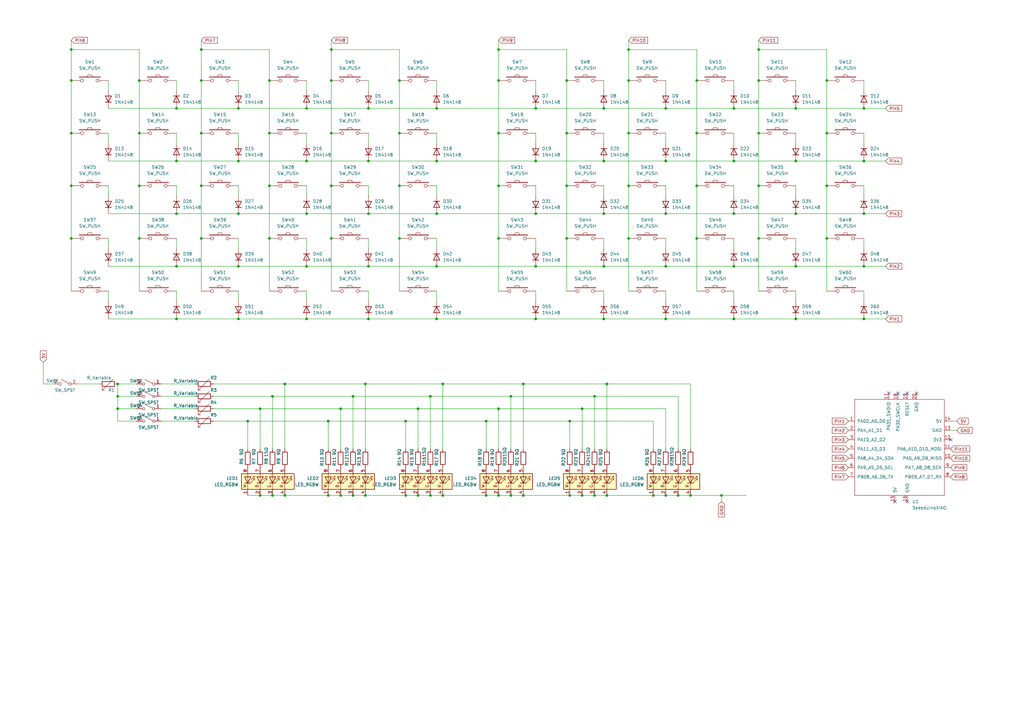
<source format=kicad_sch>
(kicad_sch (version 20211123) (generator eeschema)
  (paper "A3")
  (junction (at 72.39 87.63))
  (junction (at 219.71 87.63))
  (junction (at 219.71 130.81))
  (junction (at 219.71 44.45))
  (junction (at 110.49 33.02))
  (junction (at 116.84 203.2))
  (junction (at 257.81 97.79))
  (junction (at 97.79 109.22))
  (junction (at 232.41 54.61))
  (junction (at 257.81 20.32))
  (junction (at 354.33 87.63))
  (junction (at 354.33 109.22))
  (junction (at 273.05 130.81))
  (junction (at 219.71 66.04))
  (junction (at 339.09 33.02))
  (junction (at 247.65 109.22))
  (junction (at 300.99 109.22))
  (junction (at 209.55 203.2))
  (junction (at 149.86 157.48))
  (junction (at 166.37 172.72))
  (junction (at 163.83 33.02))
  (junction (at 144.78 203.2))
  (junction (at 151.13 130.81))
  (junction (at 163.83 54.61))
  (junction (at 135.89 20.32))
  (junction (at 171.45 167.64))
  (junction (at 214.63 157.48))
  (junction (at 247.65 130.81))
  (junction (at 176.53 203.2))
  (junction (at 238.76 203.2))
  (junction (at 326.39 109.22))
  (junction (at 300.99 66.04))
  (junction (at 278.13 203.2))
  (junction (at 151.13 66.04))
  (junction (at 176.53 162.56))
  (junction (at 48.26 157.48))
  (junction (at 125.73 87.63))
  (junction (at 82.55 97.79))
  (junction (at 125.73 44.45))
  (junction (at 354.33 44.45))
  (junction (at 29.21 20.32))
  (junction (at 247.65 44.45))
  (junction (at 110.49 54.61))
  (junction (at 214.63 203.2))
  (junction (at 48.26 167.64))
  (junction (at 135.89 76.2))
  (junction (at 204.47 20.32))
  (junction (at 204.47 167.64))
  (junction (at 97.79 130.81))
  (junction (at 233.68 203.2))
  (junction (at 125.73 109.22))
  (junction (at 311.15 54.61))
  (junction (at 110.49 76.2))
  (junction (at 72.39 109.22))
  (junction (at 57.15 76.2))
  (junction (at 311.15 97.79))
  (junction (at 247.65 87.63))
  (junction (at 326.39 44.45))
  (junction (at 72.39 130.81))
  (junction (at 101.6 172.72))
  (junction (at 151.13 87.63))
  (junction (at 151.13 109.22))
  (junction (at 29.21 97.79))
  (junction (at 106.68 203.2))
  (junction (at 273.05 66.04))
  (junction (at 300.99 130.81))
  (junction (at 204.47 76.2))
  (junction (at 326.39 87.63))
  (junction (at 163.83 97.79))
  (junction (at 311.15 76.2))
  (junction (at 82.55 20.32))
  (junction (at 311.15 20.32))
  (junction (at 179.07 130.81))
  (junction (at 29.21 54.61))
  (junction (at 181.61 157.48))
  (junction (at 248.92 203.2))
  (junction (at 204.47 54.61))
  (junction (at 285.75 97.79))
  (junction (at 144.78 162.56))
  (junction (at 125.73 130.81))
  (junction (at 209.55 162.56))
  (junction (at 199.39 172.72))
  (junction (at 179.07 109.22))
  (junction (at 248.92 157.48))
  (junction (at 247.65 66.04))
  (junction (at 354.33 66.04))
  (junction (at 232.41 76.2))
  (junction (at 243.84 162.56))
  (junction (at 181.61 203.2))
  (junction (at 139.7 167.64))
  (junction (at 273.05 203.2))
  (junction (at 82.55 54.61))
  (junction (at 339.09 76.2))
  (junction (at 97.79 66.04))
  (junction (at 219.71 109.22))
  (junction (at 135.89 33.02))
  (junction (at 273.05 87.63))
  (junction (at 48.26 162.56))
  (junction (at 257.81 33.02))
  (junction (at 339.09 97.79))
  (junction (at 273.05 109.22))
  (junction (at 232.41 33.02))
  (junction (at 267.97 203.2))
  (junction (at 204.47 33.02))
  (junction (at 139.7 203.2))
  (junction (at 57.15 54.61))
  (junction (at 125.73 66.04))
  (junction (at 243.84 203.2))
  (junction (at 171.45 203.2))
  (junction (at 111.76 203.2))
  (junction (at 149.86 203.2))
  (junction (at 106.68 167.64))
  (junction (at 273.05 44.45))
  (junction (at 57.15 97.79))
  (junction (at 300.99 44.45))
  (junction (at 204.47 203.2))
  (junction (at 285.75 76.2))
  (junction (at 111.76 162.56))
  (junction (at 179.07 87.63))
  (junction (at 326.39 130.81))
  (junction (at 283.21 203.2))
  (junction (at 257.81 76.2))
  (junction (at 82.55 33.02))
  (junction (at 110.49 97.79))
  (junction (at 82.55 76.2))
  (junction (at 151.13 44.45))
  (junction (at 295.91 203.2))
  (junction (at 233.68 172.72))
  (junction (at 232.41 97.79))
  (junction (at 29.21 33.02))
  (junction (at 116.84 157.48))
  (junction (at 97.79 87.63))
  (junction (at 163.83 76.2))
  (junction (at 72.39 66.04))
  (junction (at 199.39 203.2))
  (junction (at 285.75 33.02))
  (junction (at 339.09 54.61))
  (junction (at 311.15 33.02))
  (junction (at 134.62 203.2))
  (junction (at 97.79 44.45))
  (junction (at 166.37 203.2))
  (junction (at 300.99 87.63))
  (junction (at 179.07 44.45))
  (junction (at 135.89 97.79))
  (junction (at 326.39 66.04))
  (junction (at 238.76 167.64))
  (junction (at 179.07 66.04))
  (junction (at 204.47 97.79))
  (junction (at 135.89 54.61))
  (junction (at 285.75 54.61))
  (junction (at 257.81 54.61))
  (junction (at 29.21 76.2))
  (junction (at 354.33 130.81))
  (junction (at 57.15 33.02))
  (junction (at 72.39 44.45))
  (junction (at 134.62 172.72))
  (no_connect (at 367.03 205.74))
  (no_connect (at 372.11 205.74))
  (no_connect (at 364.49 161.29))
  (no_connect (at 389.89 180.34))
  (no_connect (at 375.92 161.29))
  (no_connect (at 372.11 161.29))
  (no_connect (at 368.3 161.29))
  (wire (pts (xy 87.63 172.72) (xy 101.6 172.72)))
  (wire (pts (xy 300.99 44.45) (xy 326.39 44.45)))
  (wire (pts (xy 354.33 76.2) (xy 354.33 80.01)))
  (wire (pts (xy 110.49 33.02) (xy 110.49 20.32)))
  (wire (pts (xy 179.07 44.45) (xy 219.71 44.45)))
  (wire (pts (xy 273.05 109.22) (xy 300.99 109.22)))
  (wire (pts (xy 151.13 76.2) (xy 151.13 80.01)))
  (wire (pts (xy 72.39 97.79) (xy 72.39 101.6)))
  (wire (pts (xy 273.05 76.2) (xy 273.05 80.01)))
  (wire (pts (xy 243.84 203.2) (xy 248.92 203.2)))
  (wire (pts (xy 44.45 87.63) (xy 72.39 87.63)))
  (wire (pts (xy 106.68 167.64) (xy 106.68 184.15)))
  (wire (pts (xy 326.39 109.22) (xy 354.33 109.22)))
  (wire (pts (xy 125.73 130.81) (xy 151.13 130.81)))
  (wire (pts (xy 110.49 76.2) (xy 110.49 97.79)))
  (wire (pts (xy 101.6 203.2) (xy 106.68 203.2)))
  (wire (pts (xy 257.81 33.02) (xy 257.81 54.61)))
  (wire (pts (xy 247.65 119.38) (xy 247.65 123.19)))
  (wire (pts (xy 139.7 167.64) (xy 171.45 167.64)))
  (wire (pts (xy 339.09 20.32) (xy 311.15 20.32)))
  (wire (pts (xy 326.39 33.02) (xy 326.39 36.83)))
  (wire (pts (xy 204.47 20.32) (xy 204.47 33.02)))
  (wire (pts (xy 106.68 167.64) (xy 139.7 167.64)))
  (wire (pts (xy 232.41 54.61) (xy 232.41 76.2)))
  (wire (pts (xy 97.79 97.79) (xy 97.79 101.6)))
  (wire (pts (xy 204.47 33.02) (xy 204.47 54.61)))
  (wire (pts (xy 139.7 167.64) (xy 139.7 184.15)))
  (wire (pts (xy 134.62 172.72) (xy 166.37 172.72)))
  (wire (pts (xy 171.45 203.2) (xy 176.53 203.2)))
  (wire (pts (xy 238.76 203.2) (xy 243.84 203.2)))
  (wire (pts (xy 135.89 54.61) (xy 135.89 76.2)))
  (wire (pts (xy 283.21 203.2) (xy 295.91 203.2)))
  (wire (pts (xy 257.81 20.32) (xy 257.81 33.02)))
  (wire (pts (xy 125.73 44.45) (xy 151.13 44.45)))
  (wire (pts (xy 82.55 33.02) (xy 82.55 54.61)))
  (wire (pts (xy 163.83 33.02) (xy 163.83 20.32)))
  (wire (pts (xy 247.65 33.02) (xy 247.65 36.83)))
  (wire (pts (xy 110.49 97.79) (xy 110.49 119.38)))
  (wire (pts (xy 66.04 157.48) (xy 80.01 157.48)))
  (wire (pts (xy 326.39 97.79) (xy 326.39 101.6)))
  (wire (pts (xy 55.88 162.56) (xy 48.26 162.56)))
  (wire (pts (xy 339.09 33.02) (xy 339.09 20.32)))
  (wire (pts (xy 354.33 109.22) (xy 363.22 109.22)))
  (wire (pts (xy 295.91 203.2) (xy 295.91 205.74)))
  (wire (pts (xy 171.45 167.64) (xy 204.47 167.64)))
  (wire (pts (xy 257.81 97.79) (xy 257.81 119.38)))
  (wire (pts (xy 97.79 54.61) (xy 97.79 58.42)))
  (wire (pts (xy 125.73 66.04) (xy 151.13 66.04)))
  (wire (pts (xy 326.39 87.63) (xy 354.33 87.63)))
  (wire (pts (xy 44.45 33.02) (xy 44.45 36.83)))
  (wire (pts (xy 163.83 97.79) (xy 163.83 119.38)))
  (wire (pts (xy 163.83 33.02) (xy 163.83 54.61)))
  (wire (pts (xy 144.78 162.56) (xy 111.76 162.56)))
  (wire (pts (xy 66.04 162.56) (xy 80.01 162.56)))
  (wire (pts (xy 219.71 119.38) (xy 219.71 123.19)))
  (wire (pts (xy 97.79 109.22) (xy 125.73 109.22)))
  (wire (pts (xy 214.63 203.2) (xy 233.68 203.2)))
  (wire (pts (xy 326.39 119.38) (xy 326.39 123.19)))
  (wire (pts (xy 66.04 172.72) (xy 80.01 172.72)))
  (wire (pts (xy 204.47 97.79) (xy 204.47 119.38)))
  (wire (pts (xy 55.88 167.64) (xy 48.26 167.64)))
  (wire (pts (xy 82.55 97.79) (xy 82.55 119.38)))
  (wire (pts (xy 232.41 33.02) (xy 232.41 54.61)))
  (wire (pts (xy 135.89 20.32) (xy 135.89 33.02)))
  (wire (pts (xy 135.89 76.2) (xy 135.89 97.79)))
  (wire (pts (xy 57.15 33.02) (xy 57.15 54.61)))
  (wire (pts (xy 135.89 16.51) (xy 135.89 20.32)))
  (wire (pts (xy 111.76 203.2) (xy 116.84 203.2)))
  (wire (pts (xy 311.15 33.02) (xy 311.15 54.61)))
  (wire (pts (xy 116.84 157.48) (xy 116.84 184.15)))
  (wire (pts (xy 82.55 20.32) (xy 82.55 33.02)))
  (wire (pts (xy 283.21 184.15) (xy 283.21 157.48)))
  (wire (pts (xy 87.63 167.64) (xy 106.68 167.64)))
  (wire (pts (xy 219.71 97.79) (xy 219.71 101.6)))
  (wire (pts (xy 151.13 97.79) (xy 151.13 101.6)))
  (wire (pts (xy 134.62 203.2) (xy 139.7 203.2)))
  (wire (pts (xy 204.47 203.2) (xy 209.55 203.2)))
  (wire (pts (xy 44.45 97.79) (xy 44.45 101.6)))
  (wire (pts (xy 97.79 130.81) (xy 125.73 130.81)))
  (wire (pts (xy 139.7 203.2) (xy 144.78 203.2)))
  (wire (pts (xy 354.33 97.79) (xy 354.33 101.6)))
  (wire (pts (xy 363.22 130.81) (xy 354.33 130.81)))
  (wire (pts (xy 326.39 76.2) (xy 326.39 80.01)))
  (wire (pts (xy 125.73 87.63) (xy 151.13 87.63)))
  (wire (pts (xy 354.33 119.38) (xy 354.33 123.19)))
  (wire (pts (xy 72.39 33.02) (xy 72.39 36.83)))
  (wire (pts (xy 247.65 54.61) (xy 247.65 58.42)))
  (wire (pts (xy 354.33 54.61) (xy 354.33 58.42)))
  (wire (pts (xy 339.09 97.79) (xy 339.09 119.38)))
  (wire (pts (xy 243.84 162.56) (xy 278.13 162.56)))
  (wire (pts (xy 72.39 54.61) (xy 72.39 58.42)))
  (wire (pts (xy 257.81 16.51) (xy 257.81 20.32)))
  (wire (pts (xy 300.99 130.81) (xy 326.39 130.81)))
  (wire (pts (xy 72.39 66.04) (xy 97.79 66.04)))
  (wire (pts (xy 278.13 184.15) (xy 278.13 162.56)))
  (wire (pts (xy 179.07 130.81) (xy 219.71 130.81)))
  (wire (pts (xy 247.65 87.63) (xy 273.05 87.63)))
  (wire (pts (xy 199.39 172.72) (xy 199.39 184.15)))
  (wire (pts (xy 97.79 119.38) (xy 97.79 123.19)))
  (wire (pts (xy 66.04 167.64) (xy 80.01 167.64)))
  (wire (pts (xy 181.61 157.48) (xy 214.63 157.48)))
  (wire (pts (xy 135.89 97.79) (xy 135.89 119.38)))
  (wire (pts (xy 326.39 54.61) (xy 326.39 58.42)))
  (wire (pts (xy 40.64 157.48) (xy 31.75 157.48)))
  (wire (pts (xy 176.53 162.56) (xy 209.55 162.56)))
  (wire (pts (xy 248.92 157.48) (xy 283.21 157.48)))
  (wire (pts (xy 29.21 76.2) (xy 29.21 97.79)))
  (wire (pts (xy 248.92 157.48) (xy 248.92 184.15)))
  (wire (pts (xy 285.75 54.61) (xy 285.75 76.2)))
  (wire (pts (xy 125.73 119.38) (xy 125.73 123.19)))
  (wire (pts (xy 44.45 130.81) (xy 72.39 130.81)))
  (wire (pts (xy 163.83 54.61) (xy 163.83 76.2)))
  (wire (pts (xy 326.39 44.45) (xy 354.33 44.45)))
  (wire (pts (xy 44.45 44.45) (xy 72.39 44.45)))
  (wire (pts (xy 209.55 203.2) (xy 214.63 203.2)))
  (wire (pts (xy 204.47 76.2) (xy 204.47 97.79)))
  (wire (pts (xy 44.45 119.38) (xy 44.45 123.19)))
  (wire (pts (xy 101.6 172.72) (xy 134.62 172.72)))
  (wire (pts (xy 29.21 54.61) (xy 29.21 76.2)))
  (wire (pts (xy 300.99 76.2) (xy 300.99 80.01)))
  (wire (pts (xy 179.07 97.79) (xy 179.07 101.6)))
  (wire (pts (xy 82.55 20.32) (xy 82.55 16.51)))
  (wire (pts (xy 72.39 119.38) (xy 72.39 123.19)))
  (wire (pts (xy 55.88 157.48) (xy 48.26 157.48)))
  (wire (pts (xy 125.73 54.61) (xy 125.73 58.42)))
  (wire (pts (xy 149.86 157.48) (xy 116.84 157.48)))
  (wire (pts (xy 267.97 203.2) (xy 273.05 203.2)))
  (wire (pts (xy 363.22 87.63) (xy 354.33 87.63)))
  (wire (pts (xy 166.37 172.72) (xy 166.37 184.15)))
  (wire (pts (xy 29.21 97.79) (xy 29.21 119.38)))
  (wire (pts (xy 199.39 203.2) (xy 204.47 203.2)))
  (wire (pts (xy 134.62 172.72) (xy 134.62 184.15)))
  (wire (pts (xy 110.49 20.32) (xy 82.55 20.32)))
  (wire (pts (xy 233.68 172.72) (xy 233.68 184.15)))
  (wire (pts (xy 179.07 54.61) (xy 179.07 58.42)))
  (wire (pts (xy 219.71 109.22) (xy 247.65 109.22)))
  (wire (pts (xy 247.65 44.45) (xy 273.05 44.45)))
  (wire (pts (xy 151.13 44.45) (xy 179.07 44.45)))
  (wire (pts (xy 300.99 119.38) (xy 300.99 123.19)))
  (wire (pts (xy 48.26 172.72) (xy 48.26 167.64)))
  (wire (pts (xy 29.21 16.51) (xy 29.21 20.32)))
  (wire (pts (xy 21.59 157.48) (xy 17.78 157.48)))
  (wire (pts (xy 278.13 203.2) (xy 273.05 203.2)))
  (wire (pts (xy 125.73 97.79) (xy 125.73 101.6)))
  (wire (pts (xy 149.86 203.2) (xy 166.37 203.2)))
  (wire (pts (xy 101.6 172.72) (xy 101.6 184.15)))
  (wire (pts (xy 57.15 33.02) (xy 57.15 20.32)))
  (wire (pts (xy 57.15 76.2) (xy 57.15 97.79)))
  (wire (pts (xy 233.68 172.72) (xy 267.97 172.72)))
  (wire (pts (xy 257.81 54.61) (xy 257.81 76.2)))
  (wire (pts (xy 204.47 54.61) (xy 204.47 76.2)))
  (wire (pts (xy 232.41 76.2) (xy 232.41 97.79)))
  (wire (pts (xy 214.63 157.48) (xy 248.92 157.48)))
  (wire (pts (xy 247.65 130.81) (xy 273.05 130.81)))
  (wire (pts (xy 219.71 54.61) (xy 219.71 58.42)))
  (wire (pts (xy 219.71 130.81) (xy 247.65 130.81)))
  (wire (pts (xy 149.86 157.48) (xy 149.86 184.15)))
  (wire (pts (xy 247.65 66.04) (xy 273.05 66.04)))
  (wire (pts (xy 273.05 97.79) (xy 273.05 101.6)))
  (wire (pts (xy 295.91 203.2) (xy 306.07 203.2)))
  (wire (pts (xy 106.68 203.2) (xy 111.76 203.2)))
  (wire (pts (xy 151.13 109.22) (xy 179.07 109.22)))
  (wire (pts (xy 125.73 33.02) (xy 125.73 36.83)))
  (wire (pts (xy 82.55 76.2) (xy 82.55 97.79)))
  (wire (pts (xy 285.75 33.02) (xy 285.75 20.32)))
  (wire (pts (xy 300.99 33.02) (xy 300.99 36.83)))
  (wire (pts (xy 300.99 87.63) (xy 326.39 87.63)))
  (wire (pts (xy 311.15 16.51) (xy 311.15 20.32)))
  (wire (pts (xy 17.78 148.59) (xy 17.78 157.48)))
  (wire (pts (xy 243.84 162.56) (xy 243.84 184.15)))
  (wire (pts (xy 97.79 44.45) (xy 125.73 44.45)))
  (wire (pts (xy 151.13 87.63) (xy 179.07 87.63)))
  (wire (pts (xy 116.84 203.2) (xy 134.62 203.2)))
  (wire (pts (xy 151.13 119.38) (xy 151.13 123.19)))
  (wire (pts (xy 44.45 76.2) (xy 44.45 80.01)))
  (wire (pts (xy 144.78 162.56) (xy 144.78 184.15)))
  (wire (pts (xy 29.21 20.32) (xy 29.21 33.02)))
  (wire (pts (xy 111.76 162.56) (xy 87.63 162.56)))
  (wire (pts (xy 278.13 203.2) (xy 283.21 203.2)))
  (wire (pts (xy 57.15 20.32) (xy 29.21 20.32)))
  (wire (pts (xy 176.53 162.56) (xy 144.78 162.56)))
  (wire (pts (xy 300.99 109.22) (xy 326.39 109.22)))
  (wire (pts (xy 214.63 157.48) (xy 214.63 184.15)))
  (wire (pts (xy 273.05 44.45) (xy 300.99 44.45)))
  (wire (pts (xy 82.55 54.61) (xy 82.55 76.2)))
  (wire (pts (xy 44.45 54.61) (xy 44.45 58.42)))
  (wire (pts (xy 149.86 157.48) (xy 181.61 157.48)))
  (wire (pts (xy 44.45 66.04) (xy 72.39 66.04)))
  (wire (pts (xy 110.49 54.61) (xy 110.49 76.2)))
  (wire (pts (xy 285.75 97.79) (xy 285.75 119.38)))
  (wire (pts (xy 389.89 176.53) (xy 392.43 176.53)))
  (wire (pts (xy 57.15 97.79) (xy 57.15 119.38)))
  (wire (pts (xy 125.73 109.22) (xy 151.13 109.22)))
  (wire (pts (xy 181.61 203.2) (xy 199.39 203.2)))
  (wire (pts (xy 273.05 66.04) (xy 300.99 66.04)))
  (wire (pts (xy 72.39 130.81) (xy 97.79 130.81)))
  (wire (pts (xy 219.71 33.02) (xy 219.71 36.83)))
  (wire (pts (xy 238.76 167.64) (xy 238.76 184.15)))
  (wire (pts (xy 72.39 44.45) (xy 97.79 44.45)))
  (wire (pts (xy 363.22 44.45) (xy 354.33 44.45)))
  (wire (pts (xy 285.75 76.2) (xy 285.75 97.79)))
  (wire (pts (xy 181.61 184.15) (xy 181.61 157.48)))
  (wire (pts (xy 300.99 97.79) (xy 300.99 101.6)))
  (wire (pts (xy 111.76 162.56) (xy 111.76 184.15)))
  (wire (pts (xy 300.99 54.61) (xy 300.99 58.42)))
  (wire (pts (xy 311.15 20.32) (xy 311.15 33.02)))
  (wire (pts (xy 48.26 157.48) (xy 48.26 162.56)))
  (wire (pts (xy 125.73 76.2) (xy 125.73 80.01)))
  (wire (pts (xy 267.97 172.72) (xy 267.97 184.15)))
  (wire (pts (xy 166.37 203.2) (xy 171.45 203.2)))
  (wire (pts (xy 232.41 97.79) (xy 232.41 119.38)))
  (wire (pts (xy 339.09 54.61) (xy 339.09 76.2)))
  (wire (pts (xy 151.13 33.02) (xy 151.13 36.83)))
  (wire (pts (xy 219.71 87.63) (xy 247.65 87.63)))
  (wire (pts (xy 219.71 76.2) (xy 219.71 80.01)))
  (wire (pts (xy 151.13 130.81) (xy 179.07 130.81)))
  (wire (pts (xy 97.79 33.02) (xy 97.79 36.83)))
  (wire (pts (xy 179.07 119.38) (xy 179.07 123.19)))
  (wire (pts (xy 339.09 33.02) (xy 339.09 54.61)))
  (wire (pts (xy 273.05 119.38) (xy 273.05 123.19)))
  (wire (pts (xy 57.15 54.61) (xy 57.15 76.2)))
  (wire (pts (xy 209.55 184.15) (xy 209.55 162.56)))
  (wire (pts (xy 199.39 172.72) (xy 233.68 172.72)))
  (wire (pts (xy 273.05 33.02) (xy 273.05 36.83)))
  (wire (pts (xy 166.37 172.72) (xy 199.39 172.72)))
  (wire (pts (xy 273.05 167.64) (xy 273.05 184.15)))
  (wire (pts (xy 311.15 97.79) (xy 311.15 119.38)))
  (wire (pts (xy 257.81 76.2) (xy 257.81 97.79)))
  (wire (pts (xy 72.39 76.2) (xy 72.39 80.01)))
  (wire (pts (xy 204.47 167.64) (xy 204.47 184.15)))
  (wire (pts (xy 144.78 203.2) (xy 149.86 203.2)))
  (wire (pts (xy 311.15 76.2) (xy 311.15 97.79)))
  (wire (pts (xy 151.13 66.04) (xy 179.07 66.04)))
  (wire (pts (xy 273.05 87.63) (xy 300.99 87.63)))
  (wire (pts (xy 116.84 157.48) (xy 87.63 157.48)))
  (wire (pts (xy 232.41 33.02) (xy 232.41 20.32)))
  (wire (pts (xy 163.83 20.32) (xy 135.89 20.32)))
  (wire (pts (xy 110.49 33.02) (xy 110.49 54.61)))
  (wire (pts (xy 238.76 167.64) (xy 273.05 167.64)))
  (wire (pts (xy 179.07 76.2) (xy 179.07 80.01)))
  (wire (pts (xy 55.88 172.72) (xy 48.26 172.72)))
  (wire (pts (xy 339.09 76.2) (xy 339.09 97.79)))
  (wire (pts (xy 179.07 33.02) (xy 179.07 36.83)))
  (wire (pts (xy 176.53 162.56) (xy 176.53 184.15)))
  (wire (pts (xy 326.39 66.04) (xy 354.33 66.04)))
  (wire (pts (xy 179.07 66.04) (xy 219.71 66.04)))
  (wire (pts (xy 300.99 66.04) (xy 326.39 66.04)))
  (wire (pts (xy 389.89 172.72) (xy 392.43 172.72)))
  (wire (pts (xy 97.79 66.04) (xy 125.73 66.04)))
  (wire (pts (xy 72.39 87.63) (xy 97.79 87.63)))
  (wire (pts (xy 273.05 54.61) (xy 273.05 58.42)))
  (wire (pts (xy 48.26 162.56) (xy 48.26 167.64)))
  (wire (pts (xy 97.79 76.2) (xy 97.79 80.01)))
  (wire (pts (xy 171.45 167.64) (xy 171.45 184.15)))
  (wire (pts (xy 151.13 54.61) (xy 151.13 58.42)))
  (wire (pts (xy 363.22 66.04) (xy 354.33 66.04)))
  (wire (pts (xy 179.07 87.63) (xy 219.71 87.63)))
  (wire (pts (xy 204.47 20.32) (xy 204.47 16.51)))
  (wire (pts (xy 248.92 203.2) (xy 267.97 203.2)))
  (wire (pts (xy 44.45 109.22) (xy 72.39 109.22)))
  (wire (pts (xy 29.21 33.02) (xy 29.21 54.61)))
  (wire (pts (xy 233.68 203.2) (xy 238.76 203.2)))
  (wire (pts (xy 176.53 203.2) (xy 181.61 203.2)))
  (wire (pts (xy 285.75 20.32) (xy 257.81 20.32)))
  (wire (pts (xy 72.39 109.22) (xy 97.79 109.22)))
  (wire (pts (xy 179.07 109.22) (xy 219.71 109.22)))
  (wire (pts (xy 219.71 66.04) (xy 247.65 66.04)))
  (wire (pts (xy 354.33 33.02) (xy 354.33 36.83)))
  (wire (pts (xy 273.05 130.81) (xy 300.99 130.81)))
  (wire (pts (xy 326.39 130.81) (xy 354.33 130.81)))
  (wire (pts (xy 204.47 167.64) (xy 238.76 167.64)))
  (wire (pts (xy 97.79 87.63) (xy 125.73 87.63)))
  (wire (pts (xy 219.71 44.45) (xy 247.65 44.45)))
  (wire (pts (xy 247.65 97.79) (xy 247.65 101.6)))
  (wire (pts (xy 311.15 54.61) (xy 311.15 76.2)))
  (wire (pts (xy 232.41 20.32) (xy 204.47 20.32)))
  (wire (pts (xy 209.55 162.56) (xy 243.84 162.56)))
  (wire (pts (xy 285.75 33.02) (xy 285.75 54.61)))
  (wire (pts (xy 135.89 33.02) (xy 135.89 54.61)))
  (wire (pts (xy 163.83 76.2) (xy 163.83 97.79)))
  (wire (pts (xy 247.65 109.22) (xy 273.05 109.22)))
  (wire (pts (xy 247.65 76.2) (xy 247.65 80.01)))
  (global_label "Pin2" (shape input) (at 363.22 109.22 0) (property "Intersheet References" "${INTERSHEET_REFS}" (effects hide)))
  (global_label "Pin9" (shape input) (at 389.89 191.77 0) (property "Intersheet References" "${INTERSHEET_REFS}" (effects hide)))
  (global_label "Pin8" (shape input) (at 135.89 16.51 0) (property "Intersheet References" "${INTERSHEET_REFS}" (effects hide)))
  (global_label "Pin3" (shape input) (at 347.98 180.34 180) (property "Intersheet References" "${INTERSHEET_REFS}" (effects hide)))
  (global_label "Pin5" (shape input) (at 347.98 187.96 180) (property "Intersheet References" "${INTERSHEET_REFS}" (effects hide)))
  (global_label "5V" (shape input) (at 17.78 148.59 90) (property "Intersheet References" "${INTERSHEET_REFS}" (effects hide)))
  (global_label "Pin6" (shape input) (at 347.98 191.77 180) (property "Intersheet References" "${INTERSHEET_REFS}" (effects hide)))
  (global_label "Pin11" (shape input) (at 389.89 184.15 0) (property "Intersheet References" "${INTERSHEET_REFS}" (effects hide)))
  (global_label "GND" (shape input) (at 295.91 205.74 270) (property "Intersheet References" "${INTERSHEET_REFS}" (effects hide)))
  (global_label "Pin9" (shape input) (at 204.47 16.51 0) (property "Intersheet References" "${INTERSHEET_REFS}" (effects hide)))
  (global_label "Pin2" (shape input) (at 347.98 176.53 180) (property "Intersheet References" "${INTERSHEET_REFS}" (effects hide)))
  (global_label "Pin10" (shape input) (at 257.81 16.51 0) (property "Intersheet References" "${INTERSHEET_REFS}" (effects hide)))
  (global_label "Pin11" (shape input) (at 311.15 16.51 0) (property "Intersheet References" "${INTERSHEET_REFS}" (effects hide)))
  (global_label "Pin4" (shape input) (at 347.98 184.15 180) (property "Intersheet References" "${INTERSHEET_REFS}" (effects hide)))
  (global_label "Pin7" (shape input) (at 82.55 16.51 0) (property "Intersheet References" "${INTERSHEET_REFS}" (effects hide)))
  (global_label "Pin5" (shape input) (at 363.22 44.45 0) (property "Intersheet References" "${INTERSHEET_REFS}" (effects hide)))
  (global_label "Pin1" (shape input) (at 347.98 172.72 180) (property "Intersheet References" "${INTERSHEET_REFS}" (effects hide)))
  (global_label "Pin10" (shape input) (at 389.89 187.96 0) (property "Intersheet References" "${INTERSHEET_REFS}" (effects hide)))
  (global_label "GND" (shape input) (at 392.43 176.53 0) (property "Intersheet References" "${INTERSHEET_REFS}" (effects hide)))
  (global_label "Pin3" (shape input) (at 363.22 87.63 0) (property "Intersheet References" "${INTERSHEET_REFS}" (effects hide)))
  (global_label "5V" (shape input) (at 392.43 172.72 0) (property "Intersheet References" "${INTERSHEET_REFS}" (effects hide)))
  (global_label "Pin4" (shape input) (at 363.22 66.04 0) (property "Intersheet References" "${INTERSHEET_REFS}" (effects hide)))
  (global_label "Pin6" (shape input) (at 29.21 16.51 0) (property "Intersheet References" "${INTERSHEET_REFS}" (effects hide)))
  (global_label "Pin7" (shape input) (at 347.98 195.58 180) (property "Intersheet References" "${INTERSHEET_REFS}" (effects hide)))
  (global_label "Pin1" (shape input) (at 363.22 130.81 0) (property "Intersheet References" "${INTERSHEET_REFS}" (effects hide)))
  (global_label "Pin8" (shape input) (at 389.89 195.58 0) (property "Intersheet References" "${INTERSHEET_REFS}" (effects hide)))
  (symbol (lib_id "Device:R") (at 238.76 187.96 180) (unit 1)
    (property "Reference" "R23" (at 236.22 189.23 90))
    (property "Value" "9Ω" (at 236.22 185.42 90))
    (property "Footprint" "Resistor_SMD:R_0603_1608Metric_Pad0.98x0.95mm_HandSolder" (effects hide))
  )
  (symbol (lib_id "Diode:1N4148") (at 44.45 83.82 90) (unit 1)
    (property "Reference" "D25" (at 46.99 82.5499 90) (effects (justify right)))
    (property "Value" "1N4148" (at 46.99 85.0899 90) (effects (justify right)))
    (property "Footprint" "Diode_THT:D_DO-35_SOD27_P7.62mm_Horizontal" (effects hide))
    (property "Datasheet" "https://assets.nexperia.com/documents/data-sheet/1N4148_1N4448.pdf" (effects hide))
  )
  (symbol (lib_id "Device:R") (at 243.84 187.96 180) (unit 1)
    (property "Reference" "R24" (at 241.3 189.23 90))
    (property "Value" "15Ω" (at 241.3 185.42 90))
    (property "Footprint" "Resistor_SMD:R_0603_1608Metric_Pad0.98x0.95mm_HandSolder" (effects hide))
  )
  (symbol (lib_id "kbd:SW_PUSH") (at 171.45 33.02 0) (unit 1)
    (property "Reference" "SW6" (at 171.45 25.4 0))
    (property "Value" "SW_PUSH" (at 171.45 27.94 0))
    (property "Footprint" "Keebio-Parts:MX-Alps-Choc-1U-NoLED" (effects hide))
  )
  (symbol (lib_id "Device:R") (at 171.45 187.96 180) (unit 1)
    (property "Reference" "R15" (at 168.91 189.23 90))
    (property "Value" "9Ω" (at 168.91 185.42 90))
    (property "Footprint" "Resistor_SMD:R_0603_1608Metric_Pad0.98x0.95mm_HandSolder" (effects hide))
  )
  (symbol (lib_id "kbd:SW_PUSH") (at 293.37 54.61 0) (unit 1)
    (property "Reference" "SW22" (at 293.37 46.99 0))
    (property "Value" "SW_PUSH" (at 293.37 49.53 0))
    (property "Footprint" "Keebio-Parts:MX-Alps-Choc-1U-NoLED" (effects hide))
  )
  (symbol (lib_id "Device:R") (at 283.21 187.96 180) (unit 1)
    (property "Reference" "R29" (at 280.67 189.23 90))
    (property "Value" "9Ω" (at 280.67 185.42 90))
    (property "Footprint" "Resistor_SMD:R_0603_1608Metric_Pad0.98x0.95mm_HandSolder" (effects hide))
  )
  (symbol (lib_id "kbd:SW_PUSH") (at 64.77 33.02 0) (unit 1)
    (property "Reference" "SW2" (at 64.77 25.4 0))
    (property "Value" "SW_PUSH" (at 64.77 27.94 0))
    (property "Footprint" "Keebio-Parts:MX-Alps-Choc-1U-NoLED" (effects hide))
  )
  (symbol (lib_id "Diode:1N4148") (at 219.71 127 90) (unit 1)
    (property "Reference" "D55" (at 222.25 125.7299 90) (effects (justify right)))
    (property "Value" "1N4148" (at 222.25 128.2699 90) (effects (justify right)))
    (property "Footprint" "Diode_THT:D_DO-35_SOD27_P7.62mm_Horizontal" (effects hide))
    (property "Datasheet" "https://assets.nexperia.com/documents/data-sheet/1N4148_1N4448.pdf" (effects hide))
  )
  (symbol (lib_id "kbd:SW_PUSH") (at 240.03 76.2 0) (unit 1)
    (property "Reference" "SW32" (at 240.03 68.58 0))
    (property "Value" "SW_PUSH" (at 240.03 71.12 0))
    (property "Footprint" "Keebio-Parts:MX-Alps-Choc-1U-NoLED" (effects hide))
  )
  (symbol (lib_id "Diode:1N4148") (at 273.05 40.64 90) (unit 1)
    (property "Reference" "D9" (at 275.59 39.3699 90) (effects (justify right)))
    (property "Value" "1N4148" (at 275.59 41.9099 90) (effects (justify right)))
    (property "Footprint" "Diode_THT:D_DO-35_SOD27_P7.62mm_Horizontal" (effects hide))
    (property "Datasheet" "https://assets.nexperia.com/documents/data-sheet/1N4148_1N4448.pdf" (effects hide))
  )
  (symbol (lib_id "Diode:1N4148") (at 72.39 105.41 270) (unit 1)
    (property "Reference" "D38" (at 74.93 104.1399 90) (effects (justify left)))
    (property "Value" "1N4148" (at 74.93 106.6799 90) (effects (justify left)))
    (property "Footprint" "Diode_THT:D_DO-35_SOD27_P7.62mm_Horizontal" (effects hide))
    (property "Datasheet" "https://assets.nexperia.com/documents/data-sheet/1N4148_1N4448.pdf" (effects hide))
  )
  (symbol (lib_id "kbd:SW_PUSH") (at 90.17 54.61 0) (unit 1)
    (property "Reference" "SW15" (at 90.17 46.99 0))
    (property "Value" "SW_PUSH" (at 90.17 49.53 0))
    (property "Footprint" "Keebio-Parts:MX-Alps-Choc-1U-NoLED" (effects hide))
  )
  (symbol (lib_id "kbd:SW_PUSH") (at 240.03 33.02 0) (unit 1)
    (property "Reference" "SW8" (at 240.03 25.4 0))
    (property "Value" "SW_PUSH" (at 240.03 27.94 0))
    (property "Footprint" "Keebio-Parts:MX-Alps-Choc-1U-NoLED" (effects hide))
  )
  (symbol (lib_id "kbd:SW_PUSH") (at 171.45 76.2 0) (unit 1)
    (property "Reference" "SW30" (at 171.45 68.58 0))
    (property "Value" "SW_PUSH" (at 171.45 71.12 0))
    (property "Footprint" "Keebio-Parts:MX-Alps-Choc-1U-NoLED" (effects hide))
  )
  (symbol (lib_id "Diode:1N4148") (at 151.13 105.41 90) (unit 1)
    (property "Reference" "D41" (at 153.67 104.1399 90) (effects (justify right)))
    (property "Value" "1N4148" (at 153.67 106.6799 90) (effects (justify right)))
    (property "Footprint" "Diode_THT:D_DO-35_SOD27_P7.62mm_Horizontal" (effects hide))
    (property "Datasheet" "https://assets.nexperia.com/documents/data-sheet/1N4148_1N4448.pdf" (effects hide))
  )
  (symbol (lib_id "qwelyt:LED_RGBW") (at 153.67 196.85 270) (mirror x) (unit 1)
    (property "Reference" "LED2" (at 130.81 196.2149 90) (effects (justify right)))
    (property "Value" "LED_RGBW" (at 130.81 198.7549 90) (effects (justify right)))
    (property "Footprint" "qwelyt:LED_RGBW_SMD_5050" (effects hide))
  )
  (symbol (lib_id "kbd:SW_PUSH") (at 118.11 119.38 0) (unit 1)
    (property "Reference" "SW52" (at 118.11 111.76 0))
    (property "Value" "SW_PUSH" (at 118.11 114.3 0))
    (property "Footprint" "Keebio-Parts:MX-Alps-Choc-1U-NoLED" (effects hide))
  )
  (symbol (lib_id "kbd:SW_PUSH") (at 36.83 76.2 0) (unit 1)
    (property "Reference" "SW25" (at 36.83 68.58 0))
    (property "Value" "SW_PUSH" (at 36.83 71.12 0))
    (property "Footprint" "Keebio-Parts:MX-Alps-Choc-1U-NoLED" (effects hide))
  )
  (symbol (lib_id "Diode:1N4148") (at 179.07 83.82 270) (unit 1)
    (property "Reference" "D30" (at 181.61 82.5499 90) (effects (justify left)))
    (property "Value" "1N4148" (at 181.61 85.0899 90) (effects (justify left)))
    (property "Footprint" "Diode_THT:D_DO-35_SOD27_P7.62mm_Horizontal" (effects hide))
    (property "Datasheet" "https://assets.nexperia.com/documents/data-sheet/1N4148_1N4448.pdf" (effects hide))
  )
  (symbol (lib_id "Diode:1N4148") (at 300.99 127 270) (unit 1)
    (property "Reference" "D58" (at 303.53 125.7299 90) (effects (justify left)))
    (property "Value" "1N4148" (at 303.53 128.2699 90) (effects (justify left)))
    (property "Footprint" "Diode_THT:D_DO-35_SOD27_P7.62mm_Horizontal" (effects hide))
    (property "Datasheet" "https://assets.nexperia.com/documents/data-sheet/1N4148_1N4448.pdf" (effects hide))
  )
  (symbol (lib_id "Diode:1N4148") (at 179.07 127 270) (unit 1)
    (property "Reference" "D54" (at 181.61 125.7299 90) (effects (justify left)))
    (property "Value" "1N4148" (at 181.61 128.2699 90) (effects (justify left)))
    (property "Footprint" "Diode_THT:D_DO-35_SOD27_P7.62mm_Horizontal" (effects hide))
    (property "Datasheet" "https://assets.nexperia.com/documents/data-sheet/1N4148_1N4448.pdf" (effects hide))
  )
  (symbol (lib_id "Diode:1N4148") (at 97.79 62.23 90) (unit 1)
    (property "Reference" "D15" (at 100.33 60.9599 90) (effects (justify right)))
    (property "Value" "1N4148" (at 100.33 63.4999 90) (effects (justify right)))
    (property "Footprint" "Diode_THT:D_DO-35_SOD27_P7.62mm_Horizontal" (effects hide))
    (property "Datasheet" "https://assets.nexperia.com/documents/data-sheet/1N4148_1N4448.pdf" (effects hide))
  )
  (symbol (lib_id "Diode:1N4148") (at 326.39 105.41 90) (unit 1)
    (property "Reference" "D47" (at 328.93 104.1399 90) (effects (justify right)))
    (property "Value" "1N4148" (at 328.93 106.6799 90) (effects (justify right)))
    (property "Footprint" "Diode_THT:D_DO-35_SOD27_P7.62mm_Horizontal" (effects hide))
    (property "Datasheet" "https://assets.nexperia.com/documents/data-sheet/1N4148_1N4448.pdf" (effects hide))
  )
  (symbol (lib_id "Device:R") (at 181.61 187.96 180) (unit 1)
    (property "Reference" "R17" (at 179.07 189.23 90))
    (property "Value" "9Ω" (at 179.07 185.42 90))
    (property "Footprint" "Resistor_SMD:R_0603_1608Metric_Pad0.98x0.95mm_HandSolder" (effects hide))
  )
  (symbol (lib_id "kbd:SW_PUSH") (at 143.51 33.02 0) (unit 1)
    (property "Reference" "SW5" (at 143.51 25.4 0))
    (property "Value" "SW_PUSH" (at 143.51 27.94 0))
    (property "Footprint" "Keebio-Parts:MX-Alps-Choc-1U-NoLED" (effects hide))
  )
  (symbol (lib_id "Diode:1N4148") (at 151.13 40.64 90) (unit 1)
    (property "Reference" "D5" (at 153.67 39.3699 90) (effects (justify right)))
    (property "Value" "1N4148" (at 153.67 41.9099 90) (effects (justify right)))
    (property "Footprint" "Diode_THT:D_DO-35_SOD27_P7.62mm_Horizontal" (effects hide))
    (property "Datasheet" "https://assets.nexperia.com/documents/data-sheet/1N4148_1N4448.pdf" (effects hide))
  )
  (symbol (lib_id "Diode:1N4148") (at 354.33 105.41 270) (unit 1)
    (property "Reference" "D48" (at 356.87 104.1399 90) (effects (justify left)))
    (property "Value" "1N4148" (at 356.87 106.6799 90) (effects (justify left)))
    (property "Footprint" "Diode_THT:D_DO-35_SOD27_P7.62mm_Horizontal" (effects hide))
    (property "Datasheet" "https://assets.nexperia.com/documents/data-sheet/1N4148_1N4448.pdf" (effects hide))
  )
  (symbol (lib_id "kbd:SW_PUSH") (at 318.77 33.02 0) (unit 1)
    (property "Reference" "SW11" (at 318.77 25.4 0))
    (property "Value" "SW_PUSH" (at 318.77 27.94 0))
    (property "Footprint" "Keebio-Parts:MX-Alps-Choc-1U-NoLED" (effects hide))
  )
  (symbol (lib_id "Diode:1N4148") (at 97.79 105.41 90) (unit 1)
    (property "Reference" "D39" (at 100.33 104.1399 90) (effects (justify right)))
    (property "Value" "1N4148" (at 100.33 106.6799 90) (effects (justify right)))
    (property "Footprint" "Diode_THT:D_DO-35_SOD27_P7.62mm_Horizontal" (effects hide))
    (property "Datasheet" "https://assets.nexperia.com/documents/data-sheet/1N4148_1N4448.pdf" (effects hide))
  )
  (symbol (lib_id "Switch:SW_SPST") (at 60.96 157.48 0) (mirror y) (unit 1)
    (property "Reference" "SW62" (at 55.88 156.21 0))
    (property "Value" "SW_SPST" (at 60.96 160.02 0))
    (property "Footprint" "Keebio-Parts:SW_SPST_TL3342" (effects hide))
  )
  (symbol (lib_id "Device:R") (at 111.76 187.96 180) (unit 1)
    (property "Reference" "R8" (at 109.22 189.23 90))
    (property "Value" "15Ω" (at 109.22 185.42 90))
    (property "Footprint" "Resistor_SMD:R_0603_1608Metric_Pad0.98x0.95mm_HandSolder" (effects hide))
  )
  (symbol (lib_id "kbd:SW_PUSH") (at 265.43 33.02 0) (unit 1)
    (property "Reference" "SW9" (at 265.43 25.4 0))
    (property "Value" "SW_PUSH" (at 265.43 27.94 0))
    (property "Footprint" "Keebio-Parts:MX-Alps-Choc-1U-NoLED" (effects hide))
  )
  (symbol (lib_id "Diode:1N4148") (at 273.05 83.82 90) (unit 1)
    (property "Reference" "D33" (at 275.59 82.5499 90) (effects (justify right)))
    (property "Value" "1N4148" (at 275.59 85.0899 90) (effects (justify right)))
    (property "Footprint" "Diode_THT:D_DO-35_SOD27_P7.62mm_Horizontal" (effects hide))
    (property "Datasheet" "https://assets.nexperia.com/documents/data-sheet/1N4148_1N4448.pdf" (effects hide))
  )
  (symbol (lib_id "kbd:SW_PUSH") (at 64.77 97.79 0) (unit 1)
    (property "Reference" "SW38" (at 64.77 90.17 0))
    (property "Value" "SW_PUSH" (at 64.77 92.71 0))
    (property "Footprint" "Keebio-Parts:MX-Alps-Choc-1U-NoLED" (effects hide))
  )
  (symbol (lib_id "Diode:1N4148") (at 300.99 62.23 270) (unit 1)
    (property "Reference" "D22" (at 303.53 60.9599 90) (effects (justify left)))
    (property "Value" "1N4148" (at 303.53 63.4999 90) (effects (justify left)))
    (property "Footprint" "Diode_THT:D_DO-35_SOD27_P7.62mm_Horizontal" (effects hide))
    (property "Datasheet" "https://assets.nexperia.com/documents/data-sheet/1N4148_1N4448.pdf" (effects hide))
  )
  (symbol (lib_id "kbd:SW_PUSH") (at 318.77 54.61 0) (unit 1)
    (property "Reference" "SW23" (at 318.77 46.99 0))
    (property "Value" "SW_PUSH" (at 318.77 49.53 0))
    (property "Footprint" "Keebio-Parts:MX-Alps-Choc-1U-NoLED" (effects hide))
  )
  (symbol (lib_id "Switch:SW_SPST") (at 60.96 167.64 0) (mirror y) (unit 1)
    (property "Reference" "SW64" (at 55.88 166.37 0))
    (property "Value" "SW_SPST" (at 60.96 170.18 0))
    (property "Footprint" "Keebio-Parts:SW_SPST_TL3342" (effects hide))
  )
  (symbol (lib_id "Diode:1N4148") (at 247.65 83.82 270) (unit 1)
    (property "Reference" "D32" (at 250.19 82.5499 90) (effects (justify left)))
    (property "Value" "1N4148" (at 250.19 85.0899 90) (effects (justify left)))
    (property "Footprint" "Diode_THT:D_DO-35_SOD27_P7.62mm_Horizontal" (effects hide))
    (property "Datasheet" "https://assets.nexperia.com/documents/data-sheet/1N4148_1N4448.pdf" (effects hide))
  )
  (symbol (lib_id "Diode:1N4148") (at 97.79 40.64 90) (unit 1)
    (property "Reference" "D3" (at 100.33 39.3699 90) (effects (justify right)))
    (property "Value" "1N4148" (at 100.33 41.9099 90) (effects (justify right)))
    (property "Footprint" "Diode_THT:D_DO-35_SOD27_P7.62mm_Horizontal" (effects hide))
    (property "Datasheet" "https://assets.nexperia.com/documents/data-sheet/1N4148_1N4448.pdf" (effects hide))
  )
  (symbol (lib_id "kbd:SW_PUSH") (at 265.43 97.79 0) (unit 1)
    (property "Reference" "SW45" (at 265.43 90.17 0))
    (property "Value" "SW_PUSH" (at 265.43 92.71 0))
    (property "Footprint" "Keebio-Parts:MX-Alps-Choc-1U-NoLED" (effects hide))
  )
  (symbol (lib_id "kbd:SW_PUSH") (at 265.43 54.61 0) (unit 1)
    (property "Reference" "SW21" (at 265.43 46.99 0))
    (property "Value" "SW_PUSH" (at 265.43 49.53 0))
    (property "Footprint" "Keebio-Parts:MX-Alps-Choc-1U-NoLED" (effects hide))
  )
  (symbol (lib_id "Diode:1N4148") (at 97.79 127 90) (unit 1)
    (property "Reference" "D51" (at 100.33 125.7299 90) (effects (justify right)))
    (property "Value" "1N4148" (at 100.33 128.2699 90) (effects (justify right)))
    (property "Footprint" "Diode_THT:D_DO-35_SOD27_P7.62mm_Horizontal" (effects hide))
    (property "Datasheet" "https://assets.nexperia.com/documents/data-sheet/1N4148_1N4448.pdf" (effects hide))
  )
  (symbol (lib_id "kbd:SW_PUSH") (at 143.51 119.38 0) (unit 1)
    (property "Reference" "SW53" (at 143.51 111.76 0))
    (property "Value" "SW_PUSH" (at 143.51 114.3 0))
    (property "Footprint" "Keebio-Parts:MX-Alps-Choc-1U-NoLED" (effects hide))
  )
  (symbol (lib_id "kbd:SW_PUSH") (at 90.17 97.79 0) (unit 1)
    (property "Reference" "SW39" (at 90.17 90.17 0))
    (property "Value" "SW_PUSH" (at 90.17 92.71 0))
    (property "Footprint" "Keebio-Parts:MX-Alps-Choc-1U-NoLED" (effects hide))
  )
  (symbol (lib_id "Diode:1N4148") (at 219.71 40.64 90) (unit 1)
    (property "Reference" "D7" (at 222.25 39.3699 90) (effects (justify right)))
    (property "Value" "1N4148" (at 222.25 41.9099 90) (effects (justify right)))
    (property "Footprint" "Diode_THT:D_DO-35_SOD27_P7.62mm_Horizontal" (effects hide))
    (property "Datasheet" "https://assets.nexperia.com/documents/data-sheet/1N4148_1N4448.pdf" (effects hide))
  )
  (symbol (lib_id "Device:R") (at 214.63 187.96 180) (unit 1)
    (property "Reference" "R21" (at 212.09 189.23 90))
    (property "Value" "9Ω" (at 212.09 185.42 90))
    (property "Footprint" "Resistor_SMD:R_0603_1608Metric_Pad0.98x0.95mm_HandSolder" (effects hide))
  )
  (symbol (lib_id "Device:R") (at 166.37 187.96 180) (unit 1)
    (property "Reference" "R14" (at 163.83 189.23 90))
    (property "Value" "9Ω" (at 163.83 185.42 90))
    (property "Footprint" "Resistor_SMD:R_0603_1608Metric_Pad0.98x0.95mm_HandSolder" (effects hide))
  )
  (symbol (lib_id "Device:R") (at 248.92 187.96 180) (unit 1)
    (property "Reference" "R25" (at 246.38 189.23 90))
    (property "Value" "9Ω" (at 246.38 185.42 90))
    (property "Footprint" "Resistor_SMD:R_0603_1608Metric_Pad0.98x0.95mm_HandSolder" (effects hide))
  )
  (symbol (lib_id "kbd:SW_PUSH") (at 90.17 76.2 0) (unit 1)
    (property "Reference" "SW27" (at 90.17 68.58 0))
    (property "Value" "SW_PUSH" (at 90.17 71.12 0))
    (property "Footprint" "Keebio-Parts:MX-Alps-Choc-1U-NoLED" (effects hide))
  )
  (symbol (lib_id "Diode:1N4148") (at 247.65 105.41 270) (unit 1)
    (property "Reference" "D44" (at 250.19 104.1399 90) (effects (justify left)))
    (property "Value" "1N4148" (at 250.19 106.6799 90) (effects (justify left)))
    (property "Footprint" "Diode_THT:D_DO-35_SOD27_P7.62mm_Horizontal" (effects hide))
    (property "Datasheet" "https://assets.nexperia.com/documents/data-sheet/1N4148_1N4448.pdf" (effects hide))
  )
  (symbol (lib_id "Diode:1N4148") (at 72.39 83.82 270) (unit 1)
    (property "Reference" "D26" (at 74.93 82.5499 90) (effects (justify left)))
    (property "Value" "1N4148" (at 74.93 85.0899 90) (effects (justify left)))
    (property "Footprint" "Diode_THT:D_DO-35_SOD27_P7.62mm_Horizontal" (effects hide))
    (property "Datasheet" "https://assets.nexperia.com/documents/data-sheet/1N4148_1N4448.pdf" (effects hide))
  )
  (symbol (lib_id "kbd:SW_PUSH") (at 64.77 76.2 0) (unit 1)
    (property "Reference" "SW26" (at 64.77 68.58 0))
    (property "Value" "SW_PUSH" (at 64.77 71.12 0))
    (property "Footprint" "Keebio-Parts:MX-Alps-Choc-1U-NoLED" (effects hide))
  )
  (symbol (lib_id "kbd:SW_PUSH") (at 346.71 33.02 0) (unit 1)
    (property "Reference" "SW12" (at 346.71 25.4 0))
    (property "Value" "SW_PUSH" (at 346.71 27.94 0))
    (property "Footprint" "Keebio-Parts:MX-Alps-Choc-1U-NoLED" (effects hide))
  )
  (symbol (lib_id "Diode:1N4148") (at 179.07 40.64 270) (unit 1)
    (property "Reference" "D6" (at 181.61 39.3699 90) (effects (justify left)))
    (property "Value" "1N4148" (at 181.61 41.9099 90) (effects (justify left)))
    (property "Footprint" "Diode_THT:D_DO-35_SOD27_P7.62mm_Horizontal" (effects hide))
    (property "Datasheet" "https://assets.nexperia.com/documents/data-sheet/1N4148_1N4448.pdf" (effects hide))
  )
  (symbol (lib_id "Diode:1N4148") (at 125.73 40.64 270) (unit 1)
    (property "Reference" "D4" (at 128.27 39.3699 90) (effects (justify left)))
    (property "Value" "1N4148" (at 128.27 41.9099 90) (effects (justify left)))
    (property "Footprint" "Diode_THT:D_DO-35_SOD27_P7.62mm_Horizontal" (effects hide))
    (property "Datasheet" "https://assets.nexperia.com/documents/data-sheet/1N4148_1N4448.pdf" (effects hide))
  )
  (symbol (lib_id "Diode:1N4148") (at 151.13 83.82 90) (unit 1)
    (property "Reference" "D29" (at 153.67 82.5499 90) (effects (justify right)))
    (property "Value" "1N4148" (at 153.67 85.0899 90) (effects (justify right)))
    (property "Footprint" "Diode_THT:D_DO-35_SOD27_P7.62mm_Horizontal" (effects hide))
    (property "Datasheet" "https://assets.nexperia.com/documents/data-sheet/1N4148_1N4448.pdf" (effects hide))
  )
  (symbol (lib_id "Diode:1N4148") (at 179.07 62.23 270) (unit 1)
    (property "Reference" "D18" (at 181.61 60.9599 90) (effects (justify left)))
    (property "Value" "1N4148" (at 181.61 63.4999 90) (effects (justify left)))
    (property "Footprint" "Diode_THT:D_DO-35_SOD27_P7.62mm_Horizontal" (effects hide))
    (property "Datasheet" "https://assets.nexperia.com/documents/data-sheet/1N4148_1N4448.pdf" (effects hide))
  )
  (symbol (lib_id "kbd:SW_PUSH") (at 318.77 76.2 0) (unit 1)
    (property "Reference" "SW35" (at 318.77 68.58 0))
    (property "Value" "SW_PUSH" (at 318.77 71.12 0))
    (property "Footprint" "Keebio-Parts:MX-Alps-Choc-1U-NoLED" (effects hide))
  )
  (symbol (lib_id "Diode:1N4148") (at 125.73 127 270) (unit 1)
    (property "Reference" "D52" (at 128.27 125.7299 90) (effects (justify left)))
    (property "Value" "1N4148" (at 128.27 128.2699 90) (effects (justify left)))
    (property "Footprint" "Diode_THT:D_DO-35_SOD27_P7.62mm_Horizontal" (effects hide))
    (property "Datasheet" "https://assets.nexperia.com/documents/data-sheet/1N4148_1N4448.pdf" (effects hide))
  )
  (symbol (lib_id "Device:R_Variable") (at 83.82 162.56 90) (mirror x) (unit 1)
    (property "Reference" "R3" (at 87.63 160.02 90))
    (property "Value" "R_Variable" (at 76.2 161.29 90))
    (property "Footprint" "footprints:TRIM_3352T-1-104LF" (effects hide))
  )
  (symbol (lib_id "qwelyt:LED_RGBW") (at 185.42 196.85 270) (mirror x) (unit 1)
    (property "Reference" "LED3" (at 162.56 196.2149 90) (effects (justify right)))
    (property "Value" "LED_RGBW" (at 162.56 198.7549 90) (effects (justify right)))
    (property "Footprint" "qwelyt:LED_RGBW_SMD_5050" (effects hide))
  )
  (symbol (lib_id "kbd:SW_PUSH") (at 240.03 119.38 0) (unit 1)
    (property "Reference" "SW56" (at 240.03 111.76 0))
    (property "Value" "SW_PUSH" (at 240.03 114.3 0))
    (property "Footprint" "Keebio-Parts:MX-Alps-Choc-1U-NoLED" (effects hide))
  )
  (symbol (lib_id "Diode:1N4148") (at 354.33 127 270) (unit 1)
    (property "Reference" "D60" (at 356.87 125.7299 90) (effects (justify left)))
    (property "Value" "1N4148" (at 356.87 128.2699 90) (effects (justify left)))
    (property "Footprint" "Diode_THT:D_DO-35_SOD27_P7.62mm_Horizontal" (effects hide))
    (property "Datasheet" "https://assets.nexperia.com/documents/data-sheet/1N4148_1N4448.pdf" (effects hide))
  )
  (symbol (lib_id "kbd:SW_PUSH") (at 171.45 119.38 0) (unit 1)
    (property "Reference" "SW54" (at 171.45 111.76 0))
    (property "Value" "SW_PUSH" (at 171.45 114.3 0))
    (property "Footprint" "Keebio-Parts:MX-Alps-Choc-1U-NoLED" (effects hide))
  )
  (symbol (lib_id "kbd:SW_PUSH") (at 118.11 76.2 0) (unit 1)
    (property "Reference" "SW28" (at 118.11 68.58 0))
    (property "Value" "SW_PUSH" (at 118.11 71.12 0))
    (property "Footprint" "Keebio-Parts:MX-Alps-Choc-1U-NoLED" (effects hide))
  )
  (symbol (lib_id "kbd:SW_PUSH") (at 293.37 76.2 0) (unit 1)
    (property "Reference" "SW34" (at 293.37 68.58 0))
    (property "Value" "SW_PUSH" (at 293.37 71.12 0))
    (property "Footprint" "Keebio-Parts:MX-Alps-Choc-1U-NoLED" (effects hide))
  )
  (symbol (lib_id "kbd:SW_PUSH") (at 318.77 97.79 0) (unit 1)
    (property "Reference" "SW47" (at 318.77 90.17 0))
    (property "Value" "SW_PUSH" (at 318.77 92.71 0))
    (property "Footprint" "Keebio-Parts:MX-Alps-Choc-1U-NoLED" (effects hide))
  )
  (symbol (lib_id "kbd:SW_PUSH") (at 90.17 119.38 0) (unit 1)
    (property "Reference" "SW51" (at 90.17 111.76 0))
    (property "Value" "SW_PUSH" (at 90.17 114.3 0))
    (property "Footprint" "Keebio-Parts:MX-Alps-Choc-1U-NoLED" (effects hide))
  )
  (symbol (lib_id "Diode:1N4148") (at 326.39 127 90) (unit 1)
    (property "Reference" "D59" (at 328.93 125.7299 90) (effects (justify right)))
    (property "Value" "1N4148" (at 328.93 128.2699 90) (effects (justify right)))
    (property "Footprint" "Diode_THT:D_DO-35_SOD27_P7.62mm_Horizontal" (effects hide))
    (property "Datasheet" "https://assets.nexperia.com/documents/data-sheet/1N4148_1N4448.pdf" (effects hide))
  )
  (symbol (lib_id "kbd:SW_PUSH") (at 240.03 54.61 0) (unit 1)
    (property "Reference" "SW20" (at 240.03 46.99 0))
    (property "Value" "SW_PUSH" (at 240.03 49.53 0))
    (property "Footprint" "Keebio-Parts:MX-Alps-Choc-1U-NoLED" (effects hide))
  )
  (symbol (lib_id "Diode:1N4148") (at 247.65 40.64 270) (unit 1)
    (property "Reference" "D8" (at 250.19 39.3699 90) (effects (justify left)))
    (property "Value" "1N4148" (at 250.19 41.9099 90) (effects (justify left)))
    (property "Footprint" "Diode_THT:D_DO-35_SOD27_P7.62mm_Horizontal" (effects hide))
    (property "Datasheet" "https://assets.nexperia.com/documents/data-sheet/1N4148_1N4448.pdf" (effects hide))
  )
  (symbol (lib_id "Diode:1N4148") (at 125.73 105.41 270) (unit 1)
    (property "Reference" "D40" (at 128.27 104.1399 90) (effects (justify left)))
    (property "Value" "1N4148" (at 128.27 106.6799 90) (effects (justify left)))
    (property "Footprint" "Diode_THT:D_DO-35_SOD27_P7.62mm_Horizontal" (effects hide))
    (property "Datasheet" "https://assets.nexperia.com/documents/data-sheet/1N4148_1N4448.pdf" (effects hide))
  )
  (symbol (lib_id "Switch:SW_SPST") (at 26.67 157.48 0) (mirror y) (unit 1)
    (property "Reference" "SW61" (at 21.59 156.21 0))
    (property "Value" "SW_SPST" (at 26.67 160.02 0))
    (property "Footprint" "Keebio-Parts:SW_SPST_TL3342" (effects hide))
  )
  (symbol (lib_id "kbd:SW_PUSH") (at 346.71 97.79 0) (unit 1)
    (property "Reference" "SW48" (at 346.71 90.17 0))
    (property "Value" "SW_PUSH" (at 346.71 92.71 0))
    (property "Footprint" "Keebio-Parts:MX-Alps-Choc-1U-NoLED" (effects hide))
  )
  (symbol (lib_id "kbd:SW_PUSH") (at 143.51 76.2 0) (unit 1)
    (property "Reference" "SW29" (at 143.51 68.58 0))
    (property "Value" "SW_PUSH" (at 143.51 71.12 0))
    (property "Footprint" "Keebio-Parts:MX-Alps-Choc-1U-NoLED" (effects hide))
  )
  (symbol (lib_id "kbd:SW_PUSH") (at 293.37 119.38 0) (unit 1)
    (property "Reference" "SW58" (at 293.37 111.76 0))
    (property "Value" "SW_PUSH" (at 293.37 114.3 0))
    (property "Footprint" "Keebio-Parts:MX-Alps-Choc-1U-NoLED" (effects hide))
  )
  (symbol (lib_id "Device:R") (at 101.6 187.96 180) (unit 1)
    (property "Reference" "R6" (at 99.06 189.23 90))
    (property "Value" "9Ω" (at 99.06 185.42 90))
    (property "Footprint" "Resistor_SMD:R_0603_1608Metric_Pad0.98x0.95mm_HandSolder" (effects hide))
  )
  (symbol (lib_id "kbd:SW_PUSH") (at 143.51 54.61 0) (unit 1)
    (property "Reference" "SW17" (at 143.51 46.99 0))
    (property "Value" "SW_PUSH" (at 143.51 49.53 0))
    (property "Footprint" "Keebio-Parts:MX-Alps-Choc-1U-NoLED" (effects hide))
  )
  (symbol (lib_id "Diode:1N4148") (at 326.39 62.23 90) (unit 1)
    (property "Reference" "D23" (at 328.93 60.9599 90) (effects (justify right)))
    (property "Value" "1N4148" (at 328.93 63.4999 90) (effects (justify right)))
    (property "Footprint" "Diode_THT:D_DO-35_SOD27_P7.62mm_Horizontal" (effects hide))
    (property "Datasheet" "https://assets.nexperia.com/documents/data-sheet/1N4148_1N4448.pdf" (effects hide))
  )
  (symbol (lib_id "kbd:SW_PUSH") (at 346.71 54.61 0) (unit 1)
    (property "Reference" "SW24" (at 346.71 46.99 0))
    (property "Value" "SW_PUSH" (at 346.71 49.53 0))
    (property "Footprint" "Keebio-Parts:MX-Alps-Choc-1U-NoLED" (effects hide))
  )
  (symbol (lib_id "Device:R") (at 204.47 187.96 180) (unit 1)
    (property "Reference" "R19" (at 201.93 189.23 90))
    (property "Value" "9Ω" (at 201.93 185.42 90))
    (property "Footprint" "Resistor_SMD:R_0603_1608Metric_Pad0.98x0.95mm_HandSolder" (effects hide))
  )
  (symbol (lib_id "kbd:SW_PUSH") (at 293.37 97.79 0) (unit 1)
    (property "Reference" "SW46" (at 293.37 90.17 0))
    (property "Value" "SW_PUSH" (at 293.37 92.71 0))
    (property "Footprint" "Keebio-Parts:MX-Alps-Choc-1U-NoLED" (effects hide))
  )
  (symbol (lib_id "kbd:SW_PUSH") (at 240.03 97.79 0) (unit 1)
    (property "Reference" "SW44" (at 240.03 90.17 0))
    (property "Value" "SW_PUSH" (at 240.03 92.71 0))
    (property "Footprint" "Keebio-Parts:MX-Alps-Choc-1U-NoLED" (effects hide))
  )
  (symbol (lib_id "Device:R") (at 116.84 187.96 180) (unit 1)
    (property "Reference" "R9" (at 114.3 189.23 90))
    (property "Value" "9Ω" (at 114.3 185.42 90))
    (property "Footprint" "Resistor_SMD:R_0603_1608Metric_Pad0.98x0.95mm_HandSolder" (effects hide))
  )
  (symbol (lib_id "Diode:1N4148") (at 72.39 40.64 270) (unit 1)
    (property "Reference" "D2" (at 74.93 39.3699 90) (effects (justify left)))
    (property "Value" "1N4148" (at 74.93 41.9099 90) (effects (justify left)))
    (property "Footprint" "Diode_THT:D_DO-35_SOD27_P7.62mm_Horizontal" (effects hide))
    (property "Datasheet" "https://assets.nexperia.com/documents/data-sheet/1N4148_1N4448.pdf" (effects hide))
  )
  (symbol (lib_id "kbd:SW_PUSH") (at 64.77 119.38 0) (unit 1)
    (property "Reference" "SW50" (at 64.77 111.76 0))
    (property "Value" "SW_PUSH" (at 64.77 114.3 0))
    (property "Footprint" "Keebio-Parts:MX-Alps-Choc-1U-NoLED" (effects hide))
  )
  (symbol (lib_id "kbd:SW_PUSH") (at 293.37 33.02 0) (unit 1)
    (property "Reference" "SW10" (at 293.37 25.4 0))
    (property "Value" "SW_PUSH" (at 293.37 27.94 0))
    (property "Footprint" "Keebio-Parts:MX-Alps-Choc-1U-NoLED" (effects hide))
  )
  (symbol (lib_id "Device:R") (at 278.13 187.96 180) (unit 1)
    (property "Reference" "R28" (at 275.59 189.23 90))
    (property "Value" "15Ω" (at 275.59 185.42 90))
    (property "Footprint" "Resistor_SMD:R_0603_1608Metric_Pad0.98x0.95mm_HandSolder" (effects hide))
  )
  (symbol (lib_id "Device:R") (at 106.68 187.96 180) (unit 1)
    (property "Reference" "R7" (at 104.14 189.23 90))
    (property "Value" "9Ω" (at 104.14 185.42 90))
    (property "Footprint" "Resistor_SMD:R_0603_1608Metric_Pad0.98x0.95mm_HandSolder" (effects hide))
  )
  (symbol (lib_id "Seeeduino XIAO:SeeeduinoXIAO") (at 369.57 184.15 0) (unit 1)
    (property "Reference" "U1" (at 374.1294 205.74 0) (effects (justify left)))
    (property "Value" "SeeeduinoXIAO" (at 374.1294 208.28 0) (effects (justify left)))
    (property "Footprint" "Seeeduino XIAO KICAD:Seeeduino XIAO-MOUDLE14P-2.54-21X17.8MM" (effects hide))
  )
  (symbol (lib_id "Diode:1N4148") (at 97.79 83.82 90) (unit 1)
    (property "Reference" "D27" (at 100.33 82.5499 90) (effects (justify right)))
    (property "Value" "1N4148" (at 100.33 85.0899 90) (effects (justify right)))
    (property "Footprint" "Diode_THT:D_DO-35_SOD27_P7.62mm_Horizontal" (effects hide))
    (property "Datasheet" "https://assets.nexperia.com/documents/data-sheet/1N4148_1N4448.pdf" (effects hide))
  )
  (symbol (lib_id "Diode:1N4148") (at 354.33 62.23 270) (unit 1)
    (property "Reference" "D24" (at 356.87 60.9599 90) (effects (justify left)))
    (property "Value" "1N4148" (at 356.87 63.4999 90) (effects (justify left)))
    (property "Footprint" "Diode_THT:D_DO-35_SOD27_P7.62mm_Horizontal" (effects hide))
    (property "Datasheet" "https://assets.nexperia.com/documents/data-sheet/1N4148_1N4448.pdf" (effects hide))
  )
  (symbol (lib_id "Device:R_Variable") (at 83.82 172.72 90) (mirror x) (unit 1)
    (property "Reference" "R5" (at 87.63 170.18 90))
    (property "Value" "R_Variable" (at 76.2 171.45 90))
    (property "Footprint" "footprints:TRIM_3352T-1-104LF" (effects hide))
  )
  (symbol (lib_id "Diode:1N4148") (at 44.45 40.64 90) (unit 1)
    (property "Reference" "D1" (at 46.99 39.3699 90) (effects (justify right)))
    (property "Value" "1N4148" (at 46.99 41.9099 90) (effects (justify right)))
    (property "Footprint" "Diode_THT:D_DO-35_SOD27_P7.62mm_Horizontal" (effects hide))
    (property "Datasheet" "https://assets.nexperia.com/documents/data-sheet/1N4148_1N4448.pdf" (effects hide))
  )
  (symbol (lib_id "Diode:1N4148") (at 300.99 83.82 270) (unit 1)
    (property "Reference" "D34" (at 303.53 82.5499 90) (effects (justify left)))
    (property "Value" "1N4148" (at 303.53 85.0899 90) (effects (justify left)))
    (property "Footprint" "Diode_THT:D_DO-35_SOD27_P7.62mm_Horizontal" (effects hide))
    (property "Datasheet" "https://assets.nexperia.com/documents/data-sheet/1N4148_1N4448.pdf" (effects hide))
  )
  (symbol (lib_id "kbd:SW_PUSH") (at 212.09 33.02 0) (unit 1)
    (property "Reference" "SW7" (at 212.09 25.4 0))
    (property "Value" "SW_PUSH" (at 212.09 27.94 0))
    (property "Footprint" "Keebio-Parts:MX-Alps-Choc-1U-NoLED" (effects hide))
  )
  (symbol (lib_id "Diode:1N4148") (at 179.07 105.41 270) (unit 1)
    (property "Reference" "D42" (at 181.61 104.1399 90) (effects (justify left)))
    (property "Value" "1N4148" (at 181.61 106.6799 90) (effects (justify left)))
    (property "Footprint" "Diode_THT:D_DO-35_SOD27_P7.62mm_Horizontal" (effects hide))
    (property "Datasheet" "https://assets.nexperia.com/documents/data-sheet/1N4148_1N4448.pdf" (effects hide))
  )
  (symbol (lib_id "Diode:1N4148") (at 44.45 62.23 90) (unit 1)
    (property "Reference" "D13" (at 46.99 60.9599 90) (effects (justify right)))
    (property "Value" "1N4148" (at 46.99 63.4999 90) (effects (justify right)))
    (property "Footprint" "Diode_THT:D_DO-35_SOD27_P7.62mm_Horizontal" (effects hide))
    (property "Datasheet" "https://assets.nexperia.com/documents/data-sheet/1N4148_1N4448.pdf" (effects hide))
  )
  (symbol (lib_id "Diode:1N4148") (at 72.39 62.23 270) (unit 1)
    (property "Reference" "D14" (at 74.93 60.9599 90) (effects (justify left)))
    (property "Value" "1N4148" (at 74.93 63.4999 90) (effects (justify left)))
    (property "Footprint" "Diode_THT:D_DO-35_SOD27_P7.62mm_Horizontal" (effects hide))
    (property "Datasheet" "https://assets.nexperia.com/documents/data-sheet/1N4148_1N4448.pdf" (effects hide))
  )
  (symbol (lib_id "Device:R") (at 139.7 187.96 180) (unit 1)
    (property "Reference" "R11" (at 137.16 189.23 90))
    (property "Value" "9Ω" (at 137.16 185.42 90))
    (property "Footprint" "Resistor_SMD:R_0603_1608Metric_Pad0.98x0.95mm_HandSolder" (effects hide))
  )
  (symbol (lib_id "Diode:1N4148") (at 44.45 105.41 90) (unit 1)
    (property "Reference" "D37" (at 46.99 104.1399 90) (effects (justify right)))
    (property "Value" "1N4148" (at 46.99 106.6799 90) (effects (justify right)))
    (property "Footprint" "Diode_THT:D_DO-35_SOD27_P7.62mm_Horizontal" (effects hide))
    (property "Datasheet" "https://assets.nexperia.com/documents/data-sheet/1N4148_1N4448.pdf" (effects hide))
  )
  (symbol (lib_id "kbd:SW_PUSH") (at 36.83 97.79 0) (unit 1)
    (property "Reference" "SW37" (at 36.83 90.17 0))
    (property "Value" "SW_PUSH" (at 36.83 92.71 0))
    (property "Footprint" "Keebio-Parts:MX-Alps-Choc-1U-NoLED" (effects hide))
  )
  (symbol (lib_id "Diode:1N4148") (at 326.39 83.82 90) (unit 1)
    (property "Reference" "D35" (at 328.93 82.5499 90) (effects (justify right)))
    (property "Value" "1N4148" (at 328.93 85.0899 90) (effects (justify right)))
    (property "Footprint" "Diode_THT:D_DO-35_SOD27_P7.62mm_Horizontal" (effects hide))
    (property "Datasheet" "https://assets.nexperia.com/documents/data-sheet/1N4148_1N4448.pdf" (effects hide))
  )
  (symbol (lib_id "Diode:1N4148") (at 219.71 83.82 90) (unit 1)
    (property "Reference" "D31" (at 222.25 82.5499 90) (effects (justify right)))
    (property "Value" "1N4148" (at 222.25 85.0899 90) (effects (justify right)))
    (property "Footprint" "Diode_THT:D_DO-35_SOD27_P7.62mm_Horizontal" (effects hide))
    (property "Datasheet" "https://assets.nexperia.com/documents/data-sheet/1N4148_1N4448.pdf" (effects hide))
  )
  (symbol (lib_id "Diode:1N4148") (at 354.33 40.64 270) (unit 1)
    (property "Reference" "D12" (at 356.87 39.3699 90) (effects (justify left)))
    (property "Value" "1N4148" (at 356.87 41.9099 90) (effects (justify left)))
    (property "Footprint" "Diode_THT:D_DO-35_SOD27_P7.62mm_Horizontal" (effects hide))
    (property "Datasheet" "https://assets.nexperia.com/documents/data-sheet/1N4148_1N4448.pdf" (effects hide))
  )
  (symbol (lib_id "kbd:SW_PUSH") (at 36.83 33.02 0) (unit 1)
    (property "Reference" "SW1" (at 36.83 25.4 0))
    (property "Value" "SW_PUSH" (at 36.83 27.94 0))
    (property "Footprint" "Keebio-Parts:MX-Alps-Choc-1U-NoLED" (effects hide))
  )
  (symbol (lib_id "qwelyt:LED_RGBW") (at 287.02 196.85 270) (mirror x) (unit 1)
    (property "Reference" "LED6" (at 264.16 196.2149 90) (effects (justify right)))
    (property "Value" "LED_RGBW" (at 264.16 198.7549 90) (effects (justify right)))
    (property "Footprint" "qwelyt:LED_RGBW_SMD_5050" (effects hide))
  )
  (symbol (lib_id "Device:R") (at 273.05 187.96 180) (unit 1)
    (property "Reference" "R27" (at 270.51 189.23 90))
    (property "Value" "9Ω" (at 270.51 185.42 90))
    (property "Footprint" "Resistor_SMD:R_0603_1608Metric_Pad0.98x0.95mm_HandSolder" (effects hide))
  )
  (symbol (lib_id "kbd:SW_PUSH") (at 346.71 119.38 0) (unit 1)
    (property "Reference" "SW60" (at 346.71 111.76 0))
    (property "Value" "SW_PUSH" (at 346.71 114.3 0))
    (property "Footprint" "Keebio-Parts:MX-Alps-Choc-1U-NoLED" (effects hide))
  )
  (symbol (lib_id "qwelyt:LED_RGBW") (at 120.65 196.85 270) (mirror x) (unit 1)
    (property "Reference" "LED1" (at 97.79 196.2149 90) (effects (justify right)))
    (property "Value" "LED_RGBW" (at 97.79 198.7549 90) (effects (justify right)))
    (property "Footprint" "qwelyt:LED_RGBW_SMD_5050" (effects hide))
  )
  (symbol (lib_id "Diode:1N4148") (at 151.13 62.23 90) (unit 1)
    (property "Reference" "D17" (at 153.67 60.9599 90) (effects (justify right)))
    (property "Value" "1N4148" (at 153.67 63.4999 90) (effects (justify right)))
    (property "Footprint" "Diode_THT:D_DO-35_SOD27_P7.62mm_Horizontal" (effects hide))
    (property "Datasheet" "https://assets.nexperia.com/documents/data-sheet/1N4148_1N4448.pdf" (effects hide))
  )
  (symbol (lib_id "Device:R") (at 144.78 187.96 180) (unit 1)
    (property "Reference" "R12" (at 142.24 189.23 90))
    (property "Value" "15Ω" (at 142.24 185.42 90))
    (property "Footprint" "Resistor_SMD:R_0603_1608Metric_Pad0.98x0.95mm_HandSolder" (effects hide))
  )
  (symbol (lib_id "Device:R_Variable") (at 83.82 167.64 90) (mirror x) (unit 1)
    (property "Reference" "R4" (at 87.63 165.1 90))
    (property "Value" "R_Variable" (at 76.2 166.37 90))
    (property "Footprint" "footprints:TRIM_3352T-1-104LF" (effects hide))
  )
  (symbol (lib_id "Diode:1N4148") (at 151.13 127 90) (unit 1)
    (property "Reference" "D53" (at 153.67 125.7299 90) (effects (justify right)))
    (property "Value" "1N4148" (at 153.67 128.2699 90) (effects (justify right)))
    (property "Footprint" "Diode_THT:D_DO-35_SOD27_P7.62mm_Horizontal" (effects hide))
    (property "Datasheet" "https://assets.nexperia.com/documents/data-sheet/1N4148_1N4448.pdf" (effects hide))
  )
  (symbol (lib_id "qwelyt:LED_RGBW") (at 218.44 196.85 270) (mirror x) (unit 1)
    (property "Reference" "LED4" (at 195.58 196.2149 90) (effects (justify right)))
    (property "Value" "LED_RGBW" (at 195.58 198.7549 90) (effects (justify right)))
    (property "Footprint" "qwelyt:LED_RGBW_SMD_5050" (effects hide))
  )
  (symbol (lib_id "kbd:SW_PUSH") (at 36.83 119.38 0) (unit 1)
    (property "Reference" "SW49" (at 36.83 111.76 0))
    (property "Value" "SW_PUSH" (at 36.83 114.3 0))
    (property "Footprint" "Keebio-Parts:MX-Alps-Choc-1U-NoLED" (effects hide))
  )
  (symbol (lib_id "kbd:SW_PUSH") (at 143.51 97.79 0) (unit 1)
    (property "Reference" "SW41" (at 143.51 90.17 0))
    (property "Value" "SW_PUSH" (at 143.51 92.71 0))
    (property "Footprint" "Keebio-Parts:MX-Alps-Choc-1U-NoLED" (effects hide))
  )
  (symbol (lib_id "kbd:SW_PUSH") (at 118.11 54.61 0) (unit 1)
    (property "Reference" "SW16" (at 118.11 46.99 0))
    (property "Value" "SW_PUSH" (at 118.11 49.53 0))
    (property "Footprint" "Keebio-Parts:MX-Alps-Choc-1U-NoLED" (effects hide))
  )
  (symbol (lib_id "Diode:1N4148") (at 125.73 83.82 270) (unit 1)
    (property "Reference" "D28" (at 128.27 82.5499 90) (effects (justify left)))
    (property "Value" "1N4148" (at 128.27 85.0899 90) (effects (justify left)))
    (property "Footprint" "Diode_THT:D_DO-35_SOD27_P7.62mm_Horizontal" (effects hide))
    (property "Datasheet" "https://assets.nexperia.com/documents/data-sheet/1N4148_1N4448.pdf" (effects hide))
  )
  (symbol (lib_id "kbd:SW_PUSH") (at 64.77 54.61 0) (unit 1)
    (property "Reference" "SW14" (at 64.77 46.99 0))
    (property "Value" "SW_PUSH" (at 64.77 49.53 0))
    (property "Footprint" "Keebio-Parts:MX-Alps-Choc-1U-NoLED" (effects hide))
  )
  (symbol (lib_id "Diode:1N4148") (at 326.39 40.64 90) (unit 1)
    (property "Reference" "D11" (at 328.93 39.3699 90) (effects (justify right)))
    (property "Value" "1N4148" (at 328.93 41.9099 90) (effects (justify right)))
    (property "Footprint" "Diode_THT:D_DO-35_SOD27_P7.62mm_Horizontal" (effects hide))
    (property "Datasheet" "https://assets.nexperia.com/documents/data-sheet/1N4148_1N4448.pdf" (effects hide))
  )
  (symbol (lib_id "Diode:1N4148") (at 300.99 40.64 270) (unit 1)
    (property "Reference" "D10" (at 303.53 39.3699 90) (effects (justify left)))
    (property "Value" "1N4148" (at 303.53 41.9099 90) (effects (justify left)))
    (property "Footprint" "Diode_THT:D_DO-35_SOD27_P7.62mm_Horizontal" (effects hide))
    (property "Datasheet" "https://assets.nexperia.com/documents/data-sheet/1N4148_1N4448.pdf" (effects hide))
  )
  (symbol (lib_id "Diode:1N4148") (at 273.05 62.23 90) (unit 1)
    (property "Reference" "D21" (at 275.59 60.9599 90) (effects (justify right)))
    (property "Value" "1N4148" (at 275.59 63.4999 90) (effects (justify right)))
    (property "Footprint" "Diode_THT:D_DO-35_SOD27_P7.62mm_Horizontal" (effects hide))
    (property "Datasheet" "https://assets.nexperia.com/documents/data-sheet/1N4148_1N4448.pdf" (effects hide))
  )
  (symbol (lib_id "kbd:SW_PUSH") (at 265.43 76.2 0) (unit 1)
    (property "Reference" "SW33" (at 265.43 68.58 0))
    (property "Value" "SW_PUSH" (at 265.43 71.12 0))
    (property "Footprint" "Keebio-Parts:MX-Alps-Choc-1U-NoLED" (effects hide))
  )
  (symbol (lib_id "Diode:1N4148") (at 273.05 127 90) (unit 1)
    (property "Reference" "D57" (at 275.59 125.7299 90) (effects (justify right)))
    (property "Value" "1N4148" (at 275.59 128.2699 90) (effects (justify right)))
    (property "Footprint" "Diode_THT:D_DO-35_SOD27_P7.62mm_Horizontal" (effects hide))
    (property "Datasheet" "https://assets.nexperia.com/documents/data-sheet/1N4148_1N4448.pdf" (effects hide))
  )
  (symbol (lib_id "Diode:1N4148") (at 247.65 62.23 270) (unit 1)
    (property "Reference" "D20" (at 250.19 60.9599 90) (effects (justify left)))
    (property "Value" "1N4148" (at 250.19 63.4999 90) (effects (justify left)))
    (property "Footprint" "Diode_THT:D_DO-35_SOD27_P7.62mm_Horizontal" (effects hide))
    (property "Datasheet" "https://assets.nexperia.com/documents/data-sheet/1N4148_1N4448.pdf" (effects hide))
  )
  (symbol (lib_id "Device:R_Variable") (at 44.45 157.48 90) (mirror x) (unit 1)
    (property "Reference" "R1" (at 45.72 160.02 90))
    (property "Value" "R_Variable" (at 40.64 154.94 90))
    (property "Footprint" "footprints:TRIM_3352T-1-104LF" (effects hide))
  )
  (symbol (lib_id "Diode:1N4148") (at 72.39 127 270) (unit 1)
    (property "Reference" "D50" (at 74.93 125.7299 90) (effects (justify left)))
    (property "Value" "1N4148" (at 74.93 128.2699 90) (effects (justify left)))
    (property "Footprint" "Diode_THT:D_DO-35_SOD27_P7.62mm_Horizontal" (effects hide))
    (property "Datasheet" "https://assets.nexperia.com/documents/data-sheet/1N4148_1N4448.pdf" (effects hide))
  )
  (symbol (lib_id "kbd:SW_PUSH") (at 171.45 97.79 0) (unit 1)
    (property "Reference" "SW42" (at 171.45 90.17 0))
    (property "Value" "SW_PUSH" (at 171.45 92.71 0))
    (property "Footprint" "Keebio-Parts:MX-Alps-Choc-1U-NoLED" (effects hide))
  )
  (symbol (lib_id "Diode:1N4148") (at 247.65 127 270) (unit 1)
    (property "Reference" "D56" (at 250.19 125.7299 90) (effects (justify left)))
    (property "Value" "1N4148" (at 250.19 128.2699 90) (effects (justify left)))
    (property "Footprint" "Diode_THT:D_DO-35_SOD27_P7.62mm_Horizontal" (effects hide))
    (property "Datasheet" "https://assets.nexperia.com/documents/data-sheet/1N4148_1N4448.pdf" (effects hide))
  )
  (symbol (lib_id "Device:R_Variable") (at 83.82 157.48 90) (mirror x) (unit 1)
    (property "Reference" "R2" (at 87.63 154.94 90))
    (property "Value" "R_Variable" (at 76.2 156.21 90))
    (property "Footprint" "footprints:TRIM_3352T-1-104LF" (effects hide))
  )
  (symbol (lib_id "Device:R") (at 176.53 187.96 180) (unit 1)
    (property "Reference" "R16" (at 173.99 189.23 90))
    (property "Value" "15Ω" (at 173.99 185.42 90))
    (property "Footprint" "Resistor_SMD:R_0603_1608Metric_Pad0.98x0.95mm_HandSolder" (effects hide))
  )
  (symbol (lib_id "Device:R") (at 267.97 187.96 180) (unit 1)
    (property "Reference" "R26" (at 265.43 189.23 90))
    (property "Value" "9Ω" (at 265.43 185.42 90))
    (property "Footprint" "Resistor_SMD:R_0603_1608Metric_Pad0.98x0.95mm_HandSolder" (effects hide))
  )
  (symbol (lib_id "Diode:1N4148") (at 44.45 127 90) (unit 1)
    (property "Reference" "D49" (at 46.99 125.7299 90) (effects (justify right)))
    (property "Value" "1N4148" (at 46.99 128.2699 90) (effects (justify right)))
    (property "Footprint" "Diode_THT:D_DO-35_SOD27_P7.62mm_Horizontal" (effects hide))
    (property "Datasheet" "https://assets.nexperia.com/documents/data-sheet/1N4148_1N4448.pdf" (effects hide))
  )
  (symbol (lib_id "Device:R") (at 233.68 187.96 180) (unit 1)
    (property "Reference" "R22" (at 231.14 189.23 90))
    (property "Value" "9Ω" (at 231.14 185.42 90))
    (property "Footprint" "Resistor_SMD:R_0603_1608Metric_Pad0.98x0.95mm_HandSolder" (effects hide))
  )
  (symbol (lib_id "kbd:SW_PUSH") (at 346.71 76.2 0) (unit 1)
    (property "Reference" "SW36" (at 346.71 68.58 0))
    (property "Value" "SW_PUSH" (at 346.71 71.12 0))
    (property "Footprint" "Keebio-Parts:MX-Alps-Choc-1U-NoLED" (effects hide))
  )
  (symbol (lib_id "kbd:SW_PUSH") (at 212.09 54.61 0) (unit 1)
    (property "Reference" "SW19" (at 212.09 46.99 0))
    (property "Value" "SW_PUSH" (at 212.09 49.53 0))
    (property "Footprint" "Keebio-Parts:MX-Alps-Choc-1U-NoLED" (effects hide))
  )
  (symbol (lib_id "kbd:SW_PUSH") (at 212.09 76.2 0) (unit 1)
    (property "Reference" "SW31" (at 212.09 68.58 0))
    (property "Value" "SW_PUSH" (at 212.09 71.12 0))
    (property "Footprint" "Keebio-Parts:MX-Alps-Choc-1U-NoLED" (effects hide))
  )
  (symbol (lib_id "Diode:1N4148") (at 219.71 62.23 90) (unit 1)
    (property "Reference" "D19" (at 222.25 60.9599 90) (effects (justify right)))
    (property "Value" "1N4148" (at 222.25 63.4999 90) (effects (justify right)))
    (property "Footprint" "Diode_THT:D_DO-35_SOD27_P7.62mm_Horizontal" (effects hide))
    (property "Datasheet" "https://assets.nexperia.com/documents/data-sheet/1N4148_1N4448.pdf" (effects hide))
  )
  (symbol (lib_id "qwelyt:LED_RGBW") (at 252.73 196.85 270) (mirror x) (unit 1)
    (property "Reference" "LED5" (at 229.87 196.2149 90) (effects (justify right)))
    (property "Value" "LED_RGBW" (at 229.87 198.7549 90) (effects (justify right)))
    (property "Footprint" "qwelyt:LED_RGBW_SMD_5050" (effects hide))
  )
  (symbol (lib_id "kbd:SW_PUSH") (at 90.17 33.02 0) (unit 1)
    (property "Reference" "SW3" (at 90.17 25.4 0))
    (property "Value" "SW_PUSH" (at 90.17 27.94 0))
    (property "Footprint" "Keebio-Parts:MX-Alps-Choc-1U-NoLED" (effects hide))
  )
  (symbol (lib_id "Device:R") (at 199.39 187.96 180) (unit 1)
    (property "Reference" "R18" (at 196.85 189.23 90))
    (property "Value" "9Ω" (at 196.85 185.42 90))
    (property "Footprint" "Resistor_SMD:R_0603_1608Metric_Pad0.98x0.95mm_HandSolder" (effects hide))
  )
  (symbol (lib_id "kbd:SW_PUSH") (at 118.11 33.02 0) (unit 1)
    (property "Reference" "SW4" (at 118.11 25.4 0))
    (property "Value" "SW_PUSH" (at 118.11 27.94 0))
    (property "Footprint" "Keebio-Parts:MX-Alps-Choc-1U-NoLED" (effects hide))
  )
  (symbol (lib_id "Switch:SW_SPST") (at 60.96 172.72 0) (mirror y) (unit 1)
    (property "Reference" "SW65" (at 55.88 171.45 0))
    (property "Value" "SW_SPST" (at 60.96 175.26 0))
    (property "Footprint" "Keebio-Parts:SW_SPST_TL3342" (effects hide))
  )
  (symbol (lib_id "Switch:SW_SPST") (at 60.96 162.56 0) (mirror y) (unit 1)
    (property "Reference" "SW63" (at 55.88 161.29 0))
    (property "Value" "SW_SPST" (at 60.96 165.1 0))
    (property "Footprint" "Keebio-Parts:SW_SPST_TL3342" (effects hide))
  )
  (symbol (lib_id "Diode:1N4148") (at 354.33 83.82 270) (unit 1)
    (property "Reference" "D36" (at 356.87 82.5499 90) (effects (justify left)))
    (property "Value" "1N4148" (at 356.87 85.0899 90) (effects (justify left)))
    (property "Footprint" "Diode_THT:D_DO-35_SOD27_P7.62mm_Horizontal" (effects hide))
    (property "Datasheet" "https://assets.nexperia.com/documents/data-sheet/1N4148_1N4448.pdf" (effects hide))
  )
  (symbol (lib_id "Device:R") (at 209.55 187.96 180) (unit 1)
    (property "Reference" "R20" (at 207.01 189.23 90))
    (property "Value" "15Ω" (at 207.01 185.42 90))
    (property "Footprint" "Resistor_SMD:R_0603_1608Metric_Pad0.98x0.95mm_HandSolder" (effects hide))
  )
  (symbol (lib_id "kbd:SW_PUSH") (at 318.77 119.38 0) (unit 1)
    (property "Reference" "SW59" (at 318.77 111.76 0))
    (property "Value" "SW_PUSH" (at 318.77 114.3 0))
    (property "Footprint" "Keebio-Parts:MX-Alps-Choc-1U-NoLED" (effects hide))
  )
  (symbol (lib_id "Diode:1N4148") (at 125.73 62.23 270) (unit 1)
    (property "Reference" "D16" (at 128.27 60.9599 90) (effects (justify left)))
    (property "Value" "1N4148" (at 128.27 63.4999 90) (effects (justify left)))
    (property "Footprint" "Diode_THT:D_DO-35_SOD27_P7.62mm_Horizontal" (effects hide))
    (property "Datasheet" "https://assets.nexperia.com/documents/data-sheet/1N4148_1N4448.pdf" (effects hide))
  )
  (symbol (lib_id "kbd:SW_PUSH") (at 171.45 54.61 0) (unit 1)
    (property "Reference" "SW18" (at 171.45 46.99 0))
    (property "Value" "SW_PUSH" (at 171.45 49.53 0))
    (property "Footprint" "Keebio-Parts:MX-Alps-Choc-1U-NoLED" (effects hide))
  )
  (symbol (lib_id "kbd:SW_PUSH") (at 212.09 119.38 0) (unit 1)
    (property "Reference" "SW55" (at 212.09 111.76 0))
    (property "Value" "SW_PUSH" (at 212.09 114.3 0))
    (property "Footprint" "Keebio-Parts:MX-Alps-Choc-1U-NoLED" (effects hide))
  )
  (symbol (lib_id "Diode:1N4148") (at 300.99 105.41 270) (unit 1)
    (property "Reference" "D46" (at 303.53 104.1399 90) (effects (justify left)))
    (property "Value" "1N4148" (at 303.53 106.6799 90) (effects (justify left)))
    (property "Footprint" "Diode_THT:D_DO-35_SOD27_P7.62mm_Horizontal" (effects hide))
    (property "Datasheet" "https://assets.nexperia.com/documents/data-sheet/1N4148_1N4448.pdf" (effects hide))
  )
  (symbol (lib_id "kbd:SW_PUSH") (at 212.09 97.79 0) (unit 1)
    (property "Reference" "SW43" (at 212.09 90.17 0))
    (property "Value" "SW_PUSH" (at 212.09 92.71 0))
    (property "Footprint" "Keebio-Parts:MX-Alps-Choc-1U-NoLED" (effects hide))
  )
  (symbol (lib_id "kbd:SW_PUSH") (at 265.43 119.38 0) (unit 1)
    (property "Reference" "SW57" (at 265.43 111.76 0))
    (property "Value" "SW_PUSH" (at 265.43 114.3 0))
    (property "Footprint" "Keebio-Parts:MX-Alps-Choc-1U-NoLED" (effects hide))
  )
  (symbol (lib_id "Diode:1N4148") (at 219.71 105.41 90) (unit 1)
    (property "Reference" "D43" (at 222.25 104.1399 90) (effects (justify right)))
    (property "Value" "1N4148" (at 222.25 106.6799 90) (effects (justify right)))
    (property "Footprint" "Diode_THT:D_DO-35_SOD27_P7.62mm_Horizontal" (effects hide))
    (property "Datasheet" "https://assets.nexperia.com/documents/data-sheet/1N4148_1N4448.pdf" (effects hide))
  )
  (symbol (lib_id "kbd:SW_PUSH") (at 118.11 97.79 0) (unit 1)
    (property "Reference" "SW40" (at 118.11 90.17 0))
    (property "Value" "SW_PUSH" (at 118.11 92.71 0))
    (property "Footprint" "Keebio-Parts:MX-Alps-Choc-1U-NoLED" (effects hide))
  )
  (symbol (lib_id "kbd:SW_PUSH") (at 36.83 54.61 0) (unit 1)
    (property "Reference" "SW13" (at 36.83 46.99 0))
    (property "Value" "SW_PUSH" (at 36.83 49.53 0))
    (property "Footprint" "Keebio-Parts:MX-Alps-Choc-1U-NoLED" (effects hide))
  )
  (symbol (lib_id "Device:R") (at 134.62 187.96 180) (unit 1)
    (property "Reference" "R10" (at 132.08 189.23 90))
    (property "Value" "9Ω" (at 132.08 185.42 90))
    (property "Footprint" "Resistor_SMD:R_0603_1608Metric_Pad0.98x0.95mm_HandSolder" (effects hide))
  )
  (symbol (lib_id "Diode:1N4148") (at 273.05 105.41 90) (unit 1)
    (property "Reference" "D45" (at 275.59 104.1399 90) (effects (justify right)))
    (property "Value" "1N4148" (at 275.59 106.6799 90) (effects (justify right)))
    (property "Footprint" "Diode_THT:D_DO-35_SOD27_P7.62mm_Horizontal" (effects hide))
    (property "Datasheet" "https://assets.nexperia.com/documents/data-sheet/1N4148_1N4448.pdf" (effects hide))
  )
  (symbol (lib_id "Device:R") (at 149.86 187.96 180) (unit 1)
    (property "Reference" "R13" (at 147.32 189.23 90))
    (property "Value" "9Ω" (at 147.32 185.42 90))
    (property "Footprint" "Resistor_SMD:R_0603_1608Metric_Pad0.98x0.95mm_HandSolder" (effects hide))
  )
)
</source>
